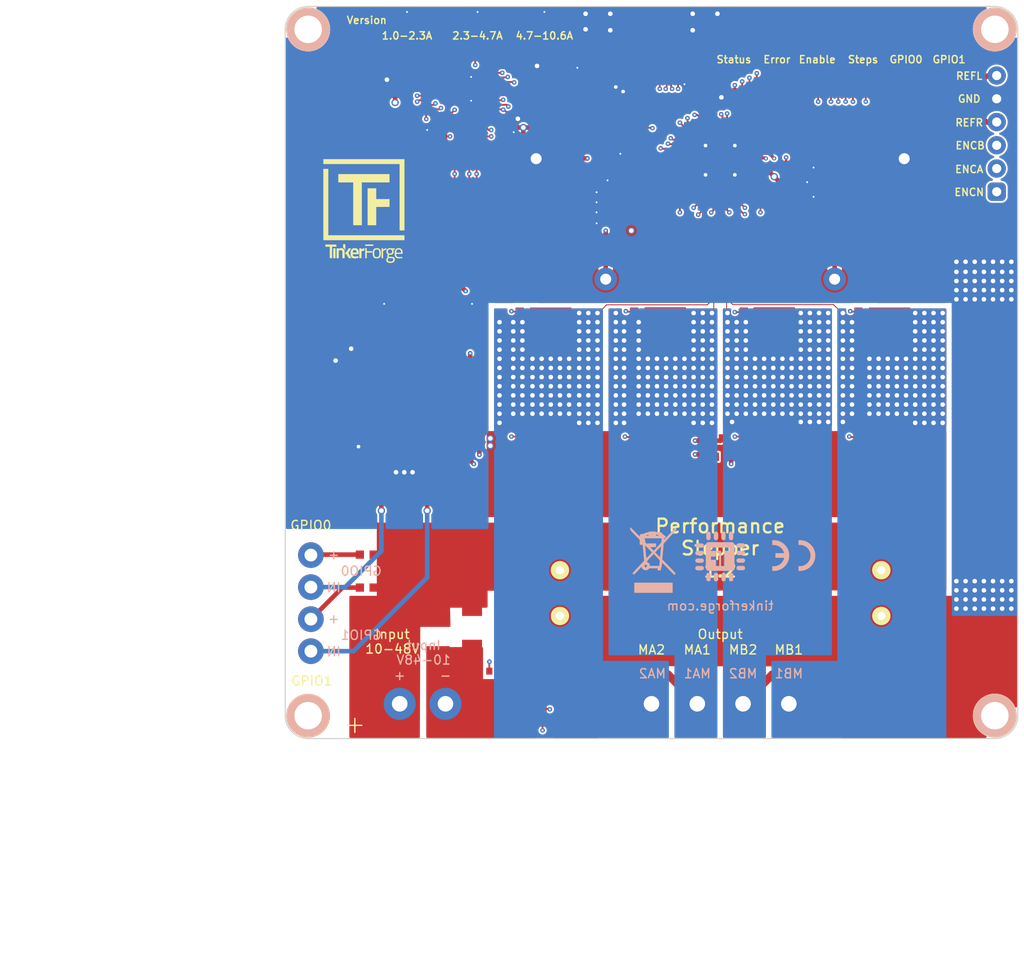
<source format=kicad_pcb>
(kicad_pcb (version 20221018) (generator pcbnew)
  (title_block (title "Performance Stepper V2 Bricklet") (date "2020-01-23") (rev "1.2") (company "Tinkerforge GmbH") (comment 1 "Licensed under CERN OHL v.1.1") (comment 2 "Copyright (©) 2020, T.Schneidermann <tim@tinkerforge.com>"))
  (layers (0 "F.Cu" power) (1 "In1.Cu" signal) (2 "In2.Cu" signal) (31 "B.Cu" power) (34 "B.Paste" user) (35 "F.Paste" user) (36 "B.SilkS" user "B.Silkscreen") (37 "F.SilkS" user "F.Silkscreen") (38 "B.Mask" user) (39 "F.Mask" user) (44 "Edge.Cuts" user))
  (net 0 "")
  (net 1 "GND")
  (net 2 "Net-(C1-Pad1)")
  (net 3 "VCC")
  (net 4 "Net-(C4-Pad1)")
  (net 5 "Net-(C10-Pad1)")
  (net 6 "Net-(C10-Pad2)")
  (net 7 "Net-(C11-Pad2)")
  (net 8 "Net-(C13-Pad2)")
  (net 9 "Net-(C13-Pad1)")
  (net 10 "Net-(C14-Pad1)")
  (net 11 "Net-(C14-Pad2)")
  (net 12 "Net-(C15-Pad2)")
  (net 13 "Net-(C15-Pad1)")
  (net 14 "Net-(C16-Pad1)")
  (net 15 "Net-(C16-Pad2)")
  (net 16 "Net-(C102-Pad2)")
  (net 17 "Net-(D1-Pad2)")
  (net 18 "Net-(D101-Pad2)")
  (net 19 "+5V")
  (net 20 "Net-(P101-Pad4)")
  (net 21 "Net-(P101-Pad5)")
  (net 22 "Net-(P101-Pad6)")
  (net 23 "Net-(P102-Pad1)")
  (net 24 "Net-(P103-Pad2)")
  (net 25 "Net-(Q1-PadG)")
  (net 26 "Net-(Q2-PadS)")
  (net 27 "Net-(Q2-PadG)")
  (net 28 "Net-(Q3-PadG)")
  (net 29 "Net-(Q4-PadS)")
  (net 30 "Net-(Q4-PadG)")
  (net 31 "Net-(Q5-PadG)")
  (net 32 "Net-(Q6-PadG)")
  (net 33 "Net-(Q7-PadG)")
  (net 34 "Net-(Q8-PadG)")
  (net 35 "Net-(C7-Pad2)")
  (net 36 "Net-(C8-Pad2)")
  (net 37 "Net-(R2-Pad2)")
  (net 38 "Net-(R3-Pad2)")
  (net 39 "Net-(R4-Pad2)")
  (net 40 "Net-(R5-Pad2)")
  (net 41 "Net-(R6-Pad2)")
  (net 42 "Net-(R7-Pad2)")
  (net 43 "Net-(R8-Pad2)")
  (net 44 "Net-(R9-Pad2)")
  (net 45 "Net-(R12-Pad2)")
  (net 46 "Net-(R13-Pad2)")
  (net 47 "Net-(R14-Pad2)")
  (net 48 "Net-(R15-Pad2)")
  (net 49 "CS_TMC")
  (net 50 "SCK_TMC")
  (net 51 "MOSI_TMC")
  (net 52 "MISO_TMC")
  (net 53 "Net-(RP2-Pad5)")
  (net 54 "Net-(RP2-Pad6)")
  (net 55 "Net-(RP2-Pad7)")
  (net 56 "Net-(RP2-Pad8)")
  (net 57 "Net-(RP3-Pad6)")
  (net 58 "DRV_ENN")
  (net 59 "Net-(RP3-Pad3)")
  (net 60 "DIAG0")
  (net 61 "DIAG1")
  (net 62 "S-MISO")
  (net 63 "S-MOSI")
  (net 64 "S-CLK")
  (net 65 "S-CS")
  (net 66 "Net-(C6-Pad2)")
  (net 67 "Net-(U2-Pad1)")
  (net 68 "Net-(U2-Pad2)")
  (net 69 "Net-(U2-Pad10)")
  (net 70 "Net-(U2-Pad15)")
  (net 71 "Net-(U2-Pad16)")
  (net 72 "Net-(U2-Pad25)")
  (net 73 "Net-(U2-Pad28)")
  (net 74 "Net-(U2-Pad32)")
  (net 75 "Net-(U2-Pad34)")
  (net 76 "Net-(U2-Pad43)")
  (net 77 "Net-(RP1-Pad7)")
  (net 78 "V_GPIO")
  (net 79 "Net-(C23-Pad1)")
  (net 80 "Net-(C24-Pad1)")
  (net 81 "Net-(C25-Pad1)")
  (net 82 "Net-(P3-Pad3)")
  (net 83 "Net-(P3-Pad1)")
  (net 84 "GPIO0")
  (net 85 "GPIO1")
  (net 86 "Net-(R19-Pad2)")
  (net 87 "Net-(R20-Pad2)")
  (net 88 "Net-(P4-Pad1)")
  (net 89 "Net-(P4-Pad2)")
  (net 90 "Net-(P4-Pad3)")
  (net 91 "Net-(P4-Pad4)")
  (net 92 "Net-(D3-Pad2)")
  (net 93 "Net-(D4-Pad2)")
  (net 94 "Net-(D5-Pad2)")
  (net 95 "Net-(D6-Pad2)")
  (net 96 "Net-(RP4-Pad5)")
  (net 97 "Net-(RP4-Pad6)")
  (net 98 "Net-(RP4-Pad7)")
  (net 99 "Net-(RP4-Pad8)")
  (net 100 "Net-(RP1-Pad8)")
  (net 101 "Net-(RP1-Pad6)")
  (net 102 "Net-(RP1-Pad5)")
  (net 103 "Net-(D7-Pad2)")
  (net 104 "Net-(R25-Pad2)")
  (net 105 "Net-(R26-Pad2)")
  (net 106 "Net-(U2-Pad13)")
  (net 107 "Net-(U2-Pad33)")
  (net 108 "Net-(D8-Pad2)")
  (net 109 "Net-(U2-Pad11)")
  (net 110 "V_Sense")
  (net 111 "Net-(P4-Pad6)")
  (net 112 "TEMP")
  (net 113 "Net-(P5-Pad2)")
  (net 114 "Net-(P6-Pad2)")
  (net 115 "Net-(P7-Pad2)")
  (net 116 "Net-(U2-Pad7)")
  (footprint "kicad-libraries:C0603F" (layer "F.Cu") (at 71.7 102 180)
    (fp_text reference "C1")
    (fp_text value "10pF")
  )
  (footprint "kicad-libraries:C0603F" (layer "F.Cu") (at 69.3 103.1 -90)
    (fp_text reference "C2")
    (fp_text value "100nF")
  )
  (footprint "kicad-libraries:C0603F" (layer "F.Cu") (at 57 98.8 90)
    (fp_text reference "C3")
    (fp_text value "220nF")
  )
  (footprint "kicad-libraries:C0603F" (layer "F.Cu") (at 71.7 97.4)
    (fp_text reference "C4")
    (fp_text value "10pF")
  )
  (footprint "kicad-libraries:C0603F" (layer "F.Cu") (at 100.4 109.2)
    (fp_text reference "C5")
    (fp_text value "100nF/100V")
  )
  (footprint "kicad-libraries:C0603F" (layer "F.Cu") (at 83.3 106.1)
    (fp_text reference "C8")
    (fp_text value "470nF/25V")
  )
  (footprint "kicad-libraries:C0603F" (layer "F.Cu") (at 91.8 100.9)
    (fp_text reference "C9")
    (fp_text value "100nF")
  )
  (footprint "kicad-libraries:C0603F" (layer "F.Cu") (at 83.3 107.6)
    (fp_text reference "C10")
    (fp_text value "22nF/100V")
  )
  (footprint "kicad-libraries:C0603F" (layer "F.Cu") (at 84.6 109.8 -90)
    (fp_text reference "C11")
    (fp_text value "100nF/100V")
  )
  (footprint "kicad-libraries:C0603F" (layer "F.Cu") (at 81.8 109 180)
    (fp_text reference "C12")
    (fp_text value "100nF/100V")
  )
  (footprint "kicad-libraries:C0603F" (layer "F.Cu") (at 93.95 113.6 180)
    (fp_text reference "C13")
    (fp_text value "470nF/25V")
  )
  (footprint "kicad-libraries:C0603F" (layer "F.Cu") (at 96.9 113.6)
    (fp_text reference "C14")
    (fp_text value "470nF/25V")
  )
  (footprint "kicad-libraries:C0603F" (layer "F.Cu") (at 88.05 113.6 180)
    (fp_text reference "C15")
    (fp_text value "470nF/25V")
  )
  (footprint "kicad-libraries:C0603F" (layer "F.Cu") (at 91 113.6)
    (fp_text reference "C16")
    (fp_text value "470nF/25V")
  )
  (footprint "kicad-libraries:C0805" (layer "F.Cu") (at 82.70924 97.1)
    (fp_text reference "C101")
    (fp_text value "10uF")
  )
  (footprint "kicad-libraries:C0402F" (layer "F.Cu") (at 88.6 97.4 90)
    (fp_text reference "C102")
    (fp_text value "220pF")
  )
  (footprint "kicad-libraries:C0603F" (layer "F.Cu") (at 82.7 98.6)
    (fp_text reference "C103")
    (fp_text value "1uF")
  )
  (footprint "kicad-libraries:C0603F" (layer "F.Cu") (at 61.5 104.2 180)
    (fp_text reference "C104")
    (fp_text value "100nF")
  )
  (footprint "kicad-libraries:DEBUG_PAD" (layer "F.Cu") (at 74.4 96.1)
    (fp_text reference "P102")
    (fp_text value "DEBUG")
  )
  (footprint "kicad-libraries:SolderJumper" (layer "F.Cu") (at 76.9 95.7 90)
    (fp_text reference "P103")
    (fp_text value "BOOT")
  )
  (footprint "kicad-libraries:R0603F" (layer "F.Cu") (at 107.6 136.3 -90)
    (fp_text reference "R2")
    (fp_text value "10")
  )
  (footprint "kicad-libraries:R0603F" (layer "F.Cu") (at 107.6 122.6 -90)
    (fp_text reference "R3")
    (fp_text value "10")
  )
  (footprint "kicad-libraries:R0603F" (layer "F.Cu") (at 83.1 136.3 -90)
    (fp_text reference "R4")
    (fp_text value "10")
  )
  (footprint "kicad-libraries:R0603F" (layer "F.Cu") (at 83.1 122.6 -90)
    (fp_text reference "R5")
    (fp_text value "10")
  )
  (footprint "kicad-libraries:R0603F" (layer "F.Cu") (at 105 116 90)
    (fp_text reference "R6")
    (fp_text value "47")
  )
  (footprint "kicad-libraries:R0603F" (layer "F.Cu") (at 108.6 106.6 180)
    (fp_text reference "R7")
    (fp_text value "47")
  )
  (footprint "kicad-libraries:R0603F" (layer "F.Cu") (at 76.3 106.6)
    (fp_text reference "R9")
    (fp_text value "47")
  )
  (footprint "kicad-libraries:R0603F" (layer "F.Cu") (at 95.1 136.3 -90)
    (fp_text reference "R12")
    (fp_text value "10")
  )
  (footprint "kicad-libraries:R0603F" (layer "F.Cu") (at 95.1 122.6 -90)
    (fp_text reference "R13")
    (fp_text value "10")
  )
  (footprint "kicad-libraries:R0603F" (layer "F.Cu") (at 70.6 136.3 -90)
    (fp_text reference "R14")
    (fp_text value "10")
  )
  (footprint "kicad-libraries:0603X4" (layer "F.Cu") (at 64.7 110.2 180)
    (fp_text reference "RP1")
    (fp_text value "10k")
  )
  (footprint "kicad-libraries:0603X4" (layer "F.Cu") (at 64.7 106.5)
    (fp_text reference "RP3")
    (fp_text value "22")
  )
  (footprint "kicad-libraries:eTQFP-48_7x7mm" (layer "F.Cu") (at 92.5 106.8 180)
    (fp_text reference "U1")
    (fp_text value "TMC5160A")
  )
  (footprint "kicad-libraries:QFN48-EP2" (layer "F.Cu") (at 64 99 180)
    (fp_text reference "U2")
    (fp_text value "XMC1404")
  )
  (footprint "kicad-libraries:DRILL_NP" (layer "F.Cu") (at 122.5 167.5)
    (fp_text reference "U103" hide)
    (fp_text value "DRILL" hide)
  )
  (footprint "kicad-libraries:DRILL_NP" (layer "F.Cu") (at 122.5 92.5)
    (fp_text reference "U104" hide)
    (fp_text value "DRILL" hide)
  )
  (footprint "kicad-libraries:DRILL_NP" (layer "F.Cu") (at 47.5 167.5)
    (fp_text reference "U105" hide)
    (fp_text value "DRILL" hide)
  )
  (footprint "kicad-libraries:DRILL_NP" (layer "F.Cu") (at 47.5 92.5)
    (fp_text reference "U106" hide)
    (fp_text value "DRILL" hide)
  )
  (footprint "kicad-libraries:CRYSTAL_2520" (layer "F.Cu") (at 71.7 99.7 90)
    (fp_text reference "X1")
    (fp_text value "16MHz")
  )
  (footprint "kicad-libraries:SON_5x6mm" (layer "F.Cu") (at 74 138.2 90)
    (fp_text reference "Q7")
    (fp_text value "CSD19533Q5A")
  )
  (footprint "kicad-libraries:SON_5x6mm" (layer "F.Cu") (at 111 138.2 90)
    (fp_text reference "Q1")
    (fp_text value "CSD19533Q5A")
  )
  (footprint "kicad-libraries:C0603F" (layer "F.Cu") (at 50.5 130.3 90)
    (fp_text reference "C23")
    (fp_text value "100nF/100V")
  )
  (footprint "kicad-libraries:C0603F" (layer "F.Cu") (at 56.3 142.2)
    (fp_text reference "C24")
    (fp_text value "100nF/100V")
  )
  (footprint "kicad-libraries:C0603F" (layer "F.Cu") (at 59.7 142.2 180)
    (fp_text reference "C25")
    (fp_text value "100nF/100V")
  )
  (footprint "kicad-libraries:MiniMelf" (layer "F.Cu") (at 52.2 130.2 90)
    (fp_text reference "D2")
    (fp_text value "Z3,3V")
  )
  (footprint "kicad-libraries:R0603F" (layer "F.Cu") (at 57.3 122.5)
    (fp_text reference "R17")
    (fp_text value "1k")
  )
  (footprint "kicad-libraries:R0603F" (layer "F.Cu") (at 63.9 122.5 180)
    (fp_text reference "R18")
    (fp_text value "1k")
  )
  (footprint "kicad-libraries:R0603F" (layer "F.Cu") (at 55.5 139.9 90)
    (fp_text reference "R19")
    (fp_text value "1k")
  )
  (footprint "kicad-libraries:R0603F" (layer "F.Cu") (at 60.5 139.9 90)
    (fp_text reference "R20")
    (fp_text value "1k")
  )
  (footprint "kicad-libraries:R0603F" (layer "F.Cu") (at 56.3 143.7 180)
    (fp_text reference "R21")
    (fp_text value "4,7k")
  )
  (footprint "kicad-libraries:R0603F" (layer "F.Cu") (at 59.7 143.7)
    (fp_text reference "R22")
    (fp_text value "4,7k")
  )
  (footprint "kicad-libraries:R0603F" (layer "F.Cu") (at 53.9 149.9)
    (fp_text reference "R23")
    (fp_text value "2,2k")
  )
  (footprint "kicad-libraries:R0603F" (layer "F.Cu") (at 53.9 153.5)
    (fp_text reference "R24")
    (fp_text value "2,2k")
  )
  (footprint "kicad-libraries:OQ_4P_5mm_Vertical" (layer "F.Cu") (at 92.5 166.2)
    (fp_text reference "P2")
    (fp_text value "OUT")
  )
  (footprint "kicad-libraries:OQ_4P_Vertical" (layer "F.Cu") (at 47.8 155.2 -90)
    (fp_text reference "P3")
    (fp_text value "GPIO")
  )
  (footprint "kicad-libraries:SON_5x6mm" (layer "F.Cu") (at 69.205 165.385 90)
    (fp_text reference "Q9")
    (fp_text value "CSD19533Q5A")
  )
  (footprint "kicad-libraries:R0603F" (layer "F.Cu") (at 73.1 167.5 -90)
    (fp_text reference "R16")
    (fp_text value "100k")
  )
  (footprint "kicad-libraries:SOD-123" (layer "F.Cu") (at 73.2 163.5 -90)
    (fp_text reference "D1")
    (fp_text value "Z12V")
  )
  (footprint "kicad-libraries:SON_5x6mm" (layer "F.Cu") (at 98.4 124.7 90)
    (fp_text reference "Q6")
    (fp_text value "CSD19533Q5A")
  )
  (footprint "kicad-libraries:R0603F" (layer "F.Cu") (at 70.6 122.6 -90)
    (fp_text reference "R15")
    (fp_text value "10")
  )
  (footprint "kicad-libraries:C0603F" (layer "F.Cu") (at 105.4 166.2)
    (fp_text reference "C26")
    (fp_text value "1nF/100V")
  )
  (footprint "kicad-libraries:C0603F" (layer "F.Cu") (at 79.6 166.2)
    (fp_text reference "C27")
    (fp_text value "1nF/100V")
  )
  (footprint "kicad-libraries:C0603F" (layer "F.Cu") (at 105.4 163)
    (fp_text reference "C28")
    (fp_text value "1nF/100V")
  )
  (footprint "kicad-libraries:C0603F" (layer "F.Cu") (at 79.6 163)
    (fp_text reference "C29")
    (fp_text value "1nF/100V")
  )
  (footprint "kicad-libraries:CON-SENSOR2_180" (layer "F.Cu") (at 85.01 90.154 180)
    (fp_text reference "P101")
    (fp_text value "CON-SENSOR2")
  )
  (footprint "kicad-libraries:SON_5x6mm" (layer "F.Cu") (at 86.5 124.7 90)
    (fp_text reference "Q4")
    (fp_text value "CSD19533Q5A")
  )
  (footprint "kicad-libraries:SON_5x6mm" (layer "F.Cu") (at 74 124.7225 90)
    (fp_text reference "Q8")
    (fp_text value "CSD19533Q5A")
  )
  (footprint "kicad-libraries:SON_5x6mm" (layer "F.Cu") (at 111 124.7225 90)
    (fp_text reference "Q2")
    (fp_text value "CSD19533Q5A")
  )
  (footprint "kicad-libraries:R0603F" (layer "F.Cu") (at 84.1 104 90)
    (fp_text reference "R1")
    (fp_text value "2,2")
  )
  (footprint "kicad-libraries:DIP_8_SMD" (layer "F.Cu") (at 59.3 130 180)
    (fp_text reference "U3")
    (fp_text value "LTV-827")
  )
  (footprint "kicad-libraries:4X0402" (layer "F.Cu") (at 86.9 97.4)
    (fp_text reference "RP101")
    (fp_text value "82")
  )
  (footprint "kicad-libraries:0603X4" (layer "F.Cu") (at 105.8 98.5)
    (fp_text reference "RP4")
    (fp_text value "1k")
  )
  (footprint "kicad-libraries:C0603F" (layer "F.Cu") (at 58.5 98.8 90)
    (fp_text reference "C30")
    (fp_text value "100nF")
  )
  (footprint "kicad-libraries:D0603E" (layer "F.Cu") (at 94 93 -90)
    (fp_text reference "D101")
    (fp_text value "blue")
  )
  (footprint "kicad-libraries:D0603E" (layer "F.Cu") (at 98.7 93 -90)
    (fp_text reference "D3")
    (fp_text value "red")
  )
  (footprint "kicad-libraries:D0603E" (layer "F.Cu") (at 108.1 93 -90)
    (fp_text reference "D6")
    (fp_text value "blue")
  )
  (footprint "kicad-libraries:D0603E" (layer "F.Cu") (at 117.5 93 -90)
    (fp_text reference "D5")
    (fp_text value "blue")
  )
  (footprint "kicad-libraries:D0603E" (layer "F.Cu") (at 112.8 93 -90)
    (fp_text reference "D4")
    (fp_text value "blue")
  )
  (footprint "kicad-libraries:D0603E" (layer "F.Cu") (at 103.4 93 -90)
    (fp_text reference "D7")
    (fp_text value "blue")
  )
  (footprint "kicad-libraries:R0603F" (layer "F.Cu") (at 108.4 98.5 -90)
    (fp_text reference "R25")
    (fp_text value "1k")
  )
  (footprint "kicad-libraries:R0603F" (layer "F.Cu") (at 103.2 98.5 -90)
    (fp_text reference "R26")
    (fp_text value "1k")
  )
  (footprint "kicad-libraries:SON_5x6mm" (layer "F.Cu") (at 86.5 138.2 90)
    (fp_text reference "Q3")
    (fp_text value "CSD19533Q5A")
  )
  (footprint "kicad-libraries:SON_5x6mm" (layer "F.Cu") (at 98.5 138.2 90)
    (fp_text reference "Q5")
    (fp_text value "CSD19533Q5A")
  )
  (footprint "kicad-libraries:SMB" (layer "F.Cu") (at 65.4 157.9 -90)
    (fp_text reference "D8")
    (fp_text value "SMBJ48CA")
  )
  (footprint "kicad-libraries:Logo_TF_10x12" (layer "F.Cu") (at 53.6 112.2)
    (fp_text reference "G***" hide)
    (fp_text value "LOGO" hide)
  )
  (footprint "kicad-libraries:Fiducial_Mark" (layer "F.Cu") (at 53 94)
    (fp_text reference "Fiducial_Mark" hide)
    (fp_text value "VAL**" hide)
  )
  (footprint "kicad-libraries:Fiducial_Mark" (layer "F.Cu") (at 116 99)
    (fp_text reference "Fiducial_Mark" hide)
    (fp_text value "VAL**" hide)
  )
  (footprint "kicad-libraries:Fiducial_Mark" (layer "F.Cu") (at 64 143)
    (fp_text reference "Fiducial_Mark" hide)
    (fp_text value "VAL**" hide)
  )
  (footprint "kicad-libraries:Fiducial_Mark" (layer "F.Cu") (at 101 114)
    (fp_text reference "Fiducial_Mark" hide)
    (fp_text value "VAL**" hide)
  )
  (footprint "kicad-libraries:C1206E" (layer "F.Cu") (at 81.4 110.8 180)
    (fp_text reference "C17")
    (fp_text value "2,2uF/100V")
  )
  (footprint "kicad-libraries:C1206E" (layer "F.Cu") (at 81.4 113.1 180)
    (fp_text reference "C18")
    (fp_text value "2,2uF/100V")
  )
  (footprint "kicad-libraries:ELKO_RAD_12" (layer "F.Cu") (at 110.1 154.1 90)
    (fp_text reference "C21")
    (fp_text value "220uF/100V/UVY2A221MHD1TO")
  )
  (footprint "kicad-libraries:ELKO_RAD_12" (layer "F.Cu") (at 75 154.1 90)
    (fp_text reference "C20")
    (fp_text value "220uF/100V/UVY2A221MHD1TO")
  )
  (footprint "kicad-libraries:OQ_2P_5mm_Vertical_Black" (layer "F.Cu") (at 60 166.2)
    (fp_text reference "P1")
    (fp_text value "VIN")
  )
  (footprint "kicad-libraries:R0603F" (layer "F.Cu") (at 53 139.8 -90)
    (fp_text reference "R27")
    (fp_text value "10k")
  )
  (footprint "kicad-libraries:R0603F" (layer "F.Cu") (at 53 142.925 -90)
    (fp_text reference "R28")
    (fp_text value "150k")
  )
  (footprint "kicad-libraries:MSR-3" (layer "F.Cu") (at 76.2 113.218207 -60)
    (fp_text reference "R11")
    (fp_text value "DNP")
  )
  (footprint "kicad-libraries:MSR-3" (layer "F.Cu") (at 108.8 113.218207 -120)
    (fp_text reference "R10")
    (fp_text value "DNP")
  )
  (footprint "kicad-libraries:1210" (layer "F.Cu") (at 61.7 158.8 -90)
    (fp_text reference "R29")
    (fp_text value "VG121048H101DP")
  )
  (footprint "kicad-libraries:pin_array_1x6-P2mm_D1mm" (layer "F.Cu") (at 122.7 103.9 90)
    (fp_text reference "P4")
    (fp_text value "PROTO")
  )
  (footprint "kicad-libraries:R0603F" (layer "F.Cu") (at 119.7 98.8 180)
    (fp_text reference "R30")
    (fp_text value "DNP")
  )
  (footprint "kicad-libraries:R0603F" (layer "F.Cu") (at 119.7 101.3 180)
    (fp_text reference "R31")
    (fp_text value "DNP")
  )
  (footprint "kicad-libraries:C0603F" (layer "F.Cu") (at 90.5 138.2 90)
    (fp_text reference "C19")
    (fp_text value "100nF")
  )
  (footprint "kicad-libraries:SOT23-3" (layer "F.Cu") (at 92.8 138.2 180)
    (fp_text reference "U4")
    (fp_text value "TMP235")
  )
  (footprint "kicad-libraries:R0603F" (layer "F.Cu") (at 80 116 90)
    (fp_text reference "R8")
    (fp_text value "47")
  )
  (footprint "kicad-libraries:4X0603" (layer "F.Cu") (at 95.3 100.2)
    (fp_text reference "RP2")
    (fp_text value "22")
  )
  (footprint "kicad-libraries:C0805E" (layer "F.Cu") (at 100.6 110.8 180)
    (fp_text reference "C6")
    (fp_text value "2,2uF/16V")
  )
  (footprint "kicad-libraries:C0805E" (layer "F.Cu") (at 100.6 107.6 180)
    (fp_text reference "C7")
    (fp_text value "2,2uF/16V")
  )
  (footprint "kicad-libraries:SolderJumper" (layer "F.Cu") (at 73.3 91.5 -90)
    (fp_text reference "P5")
    (fp_text value "L")
  )
  (footprint "kicad-libraries:SolderJumper" (layer "F.Cu") (at 66 91.5 -90)
    (fp_text reference "P6")
    (fp_text value "M")
  )
  (footprint "kicad-libraries:SolderJumper" (layer "F.Cu") (at 58.3 91.5 -90)
    (fp_text reference "P7")
    (fp_text value "S")
  )
  (footprint "kicad-libraries:WEEE_7mm" (layer "B.Cu") (at 85.2 150.5 180)
    (fp_text reference "VAL" hide)
    (fp_text value "WEEE_7mm" hide)
  )
  (footprint "kicad-libraries:CE_5mm" (layer "B.Cu") (at 100.5 150 180)
    (fp_text reference "VAL" hide)
    (fp_text value "CE_5mm" hide)
  )
  (footprint "kicad-libraries:Logo_CoMCU" (layer "B.Cu") (at 92.5 150.1 180)
    (fp_text reference "G***" hide)
    (fp_text value "LOGO" hide)
  )
  (gr_line (start 45 92.5) (end 45 167.5) (stroke (width 0.12)) (layer "Edge.Cuts"))
  (gr_line (start 47.5 90) (end 122.5 90) (stroke (width 0.12)) (layer "Edge.Cuts"))
  (gr_line (start 47.5 170) (end 122.5 170) (stroke (width 0.12)) (layer "Edge.Cuts"))
  (gr_arc (start 122.5 90) (mid 124.267767 90.732233) (end 125 92.5) (stroke (width 0.12)) (layer "Edge.Cuts"))
  (gr_arc (start 45 92.5) (mid 45.732233 90.732233) (end 47.5 90) (stroke (width 0.12)) (layer "Edge.Cuts"))
  (gr_arc (start 125 167.5) (mid 124.267767 169.267767) (end 122.5 170) (stroke (width 0.12)) (layer "Edge.Cuts"))
  (gr_arc (start 47.5 170) (mid 45.732233 169.267767) (end 45 167.5) (stroke (width 0.12)) (layer "Edge.Cuts"))
  (gr_line (start 125 167.5) (end 125 92.5) (stroke (width 0.12)) (layer "Edge.Cuts"))
  (gr_text "tinkerforge.com" (at 92.5 155.5) (layer "B.SilkS") (effects (font (size 1 1)) (justify mirror)))
  (gr_text "MB1" (at 100 162.9) (layer "B.SilkS") (effects (font (size 1 1)) (justify mirror)))
  (gr_text "+" (at 50.3 156.9) (layer "B.SilkS") (effects (font (size 1 1)) (justify mirror)))
  (gr_text "MA2\n" (at 85.1 162.9) (layer "B.SilkS") (effects (font (size 1 1)) (justify mirror)))
  (gr_text "MA1" (at 90 162.9) (layer "B.SilkS") (effects (font (size 1 1)) (justify mirror)))
  (gr_text "MB2" (at 95 162.9) (layer "B.SilkS") (effects (font (size 1 1)) (justify mirror)))
  (gr_text "Input\n10-48V" (at 60.1 160.6) (layer "B.SilkS") (effects (font (size 1 1)) (justify mirror)))
  (gr_text "+" (at 57.5 163.1) (layer "B.SilkS") (effects (font (size 1 1)) (justify mirror)))
  (gr_text "IN" (at 50.3 153.5) (layer "B.SilkS") (effects (font (size 1 1)) (justify mirror)))
  (gr_text "+" (at 50.3 149.9) (layer "B.SilkS") (effects (font (size 1 1)) (justify mirror)))
  (gr_text "GPIO0" (at 53.3 151.7) (layer "B.SilkS") (effects (font (size 1 1)) (justify mirror)))
  (gr_text "GPIO1" (at 53.3 158.7) (layer "B.SilkS") (effects (font (size 1 1)) (justify mirror)))
  (gr_text "-" (at 62.5 163.1) (layer "B.SilkS") (effects (font (size 1 1)) (justify mirror)))
  (gr_text "IN" (at 50.3 160.5) (layer "B.SilkS") (effects (font (size 1 1)) (justify mirror)))
  (gr_text "MA2" (at 85 160.3) (layer "F.SilkS") (effects (font (size 1 1))))
  (gr_text "Performance\nStepper\n1.2" (at 92.5 149.2) (layer "F.SilkS") (effects (font (size 1.5 1.5) (thickness 0.25))))
  (gr_text "ENCN" (at 119.7 110.3) (layer "F.SilkS") (effects (font (size 0.8 0.8))))
  (gr_text "GPIO0" (at 47.8 146.7) (layer "F.SilkS") (effects (font (size 1 1))))
  (gr_text "Status" (at 94 95.8) (layer "F.SilkS") (effects (font (size 0.8 0.8))))
  (gr_text "1.0-2.3A" (at 58.3 93.2) (layer "F.SilkS") (effects (font (size 0.8 0.8))))
  (gr_text "ENCA" (at 119.7 107.8) (layer "F.SilkS") (effects (font (size 0.8 0.8))))
  (gr_text "GND" (at 119.7 100.1) (layer "F.SilkS") (effects (font (size 0.8 0.8))))
  (gr_text "Enable" (at 103.1 95.8) (layer "F.SilkS") (effects (font (size 0.8 0.8))))
  (gr_text "2.3-4.7A" (at 66 93.2) (layer "F.SilkS") (effects (font (size 0.8 0.8))))
  (gr_text "Output" (at 92.5 158.6) (layer "F.SilkS") (effects (font (size 1 1))))
  (gr_text "Steps" (at 108.1 95.8) (layer "F.SilkS") (effects (font (size 0.8 0.8))))
  (gr_text "MB1" (at 100 160.3) (layer "F.SilkS") (effects (font (size 1 1))))
  (gr_text "Input\n10-48V" (at 56.7 159.4) (layer "F.SilkS") (effects (font (size 1 1))))
  (gr_text "REFL" (at 119.7 97.6) (layer "F.SilkS") (effects (font (size 0.8 0.8))))
  (gr_text "GPIO0" (at 112.8 95.8) (layer "F.SilkS") (effects (font (size 0.8 0.8))))
  (gr_text "ENCB" (at 119.8 105.2) (layer "F.SilkS") (effects (font (size 0.8 0.8))))
  (gr_text "Version" (at 53.9 91.5) (layer "F.SilkS") (effects (font (size 0.8 0.8))))
  (gr_text "GPIO1" (at 47.9 163.7) (layer "F.SilkS") (effects (font (size 1 1))))
  (gr_text "MB2" (at 95 160.3) (layer "F.SilkS") (effects (font (size 1 1))))
  (gr_text "GPIO1" (at 117.5 95.8) (layer "F.SilkS") (effects (font (size 0.8 0.8))))
  (gr_text "MA1" (at 90 160.3) (layer "F.SilkS") (effects (font (size 1 1))))
  (gr_text "+" (at 52.6 168.4) (layer "F.SilkS") (effects (font (size 2 2))))
  (gr_text "REFR" (at 119.7 102.7) (layer "F.SilkS") (effects (font (size 0.8 0.8))))
  (gr_text "Error" (at 98.7 95.8) (layer "F.SilkS") (effects (font (size 0.8 0.8))))
  (gr_text "4.7-10.6A" (at 73.3 93.2) (layer "F.SilkS") (effects (font (size 0.8 0.8))))
  (segment (start 57 98.05) (end 56.15 98.05) (width 0.5) (layer "F.Cu") (net 1))
  (segment (start 77.175 96.2) (end 76.9 96.2) (width 0.2) (layer "F.Cu") (net 1))
  (segment (start 81.70848 97.1) (end 81.70848 98.35848) (width 0.5) (layer "F.Cu") (net 1))
  (segment (start 81.95 98.6) (end 81.9 98.65) (width 0.5) (layer "F.Cu") (net 1))
  (segment (start 92.565373 99.934627) (end 92.634627 99.934627) (width 0.5) (layer "F.Cu") (net 1))
  (segment (start 70.804333 101.8732) (end 70.404334 102.273199) (width 0.2) (layer "F.Cu") (net 1))
  (segment (start 88.625 106.55) (end 92.25 106.55) (width 0.2) (layer "F.Cu") (net 1))
  (segment (start 71 100.55) (end 71 101.95) (width 0.5) (layer "F.Cu") (net 1))
  (segment (start 96.375 104.05) (end 95.25 104.05) (width 0.2) (layer "F.Cu") (net 1))
  (segment (start 81.049989 108.999989) (end 80.553553 108.999989) (width 0.5) (layer "F.Cu") (net 1))
  (segment (start 92.54924 137.45) (end 92.8 137.19924) (width 0.5) (layer "F.Cu") (net 1))
  (segment (start 66 91) (end 66 90.6) (width 0.2) (layer "F.Cu") (net 1))
  (segment (start 81.9 98.734315) (end 81.9 99.3) (width 0.5) (layer "F.Cu") (net 1))
  (segment (start 109.35 106.6) (end 112.563586 106.6) (width 0.5) (layer "F.Cu") (net 1))
  (segment (start 77.45 95.925) (end 77.175 96.2) (width 0.2) (layer "F.Cu") (net 1))
  (segment (start 67.60934 101.74828) (end 67.60934 102.80934) (width 0.2) (layer "F.Cu") (net 1))
  (segment (start 58.575 91) (end 58.85 91.275) (width 0.1) (layer "F.Cu") (net 1))
  (segment (start 76.9 96.2) (end 76.625 96.2) (width 0.2) (layer "F.Cu") (net 1))
  (segment (start 60.75 104.2) (end 60.75 103.75) (width 0.2) (layer "F.Cu") (net 1))
  (segment (start 50.5 129.55) (end 50.5 128.7) (width 0.5) (layer "F.Cu") (net 1))
  (segment (start 75.55 106.6) (end 72.436414 106.6) (width 0.5) (layer "F.Cu") (net 1))
  (segment (start 58.3 91) (end 58.3 90.6) (width 0.2) (layer "F.Cu") (net 1))
  (segment (start 72.45 97.4) (end 72.45 98.8) (width 0.5) (layer "F.Cu") (net 1))
  (segment (start 92.25 102.190004) (end 92.25 102.925) (width 0.2) (layer "F.Cu") (net 1))
  (segment (start 96.375 104.55) (end 94.75 104.55) (width 0.2) (layer "F.Cu") (net 1))
  (segment (start 82.51 94.954) (end 82.51 96.29848) (width 0.5) (layer "F.Cu") (net 1))
  (segment (start 58.3 91) (end 58.025 91) (width 0.1) (layer "F.Cu") (net 1))
  (segment (start 66 91) (end 66.275 91) (width 0.1) (layer "F.Cu") (net 1))
  (segment (start 71 101.95) (end 70.95 102) (width 0.5) (layer "F.Cu") (net 1))
  (segment (start 81.05 109) (end 81.049989 108.999989) (width 0.5) (layer "F.Cu") (net 1))
  (segment (start 92.55 99.95) (end 92.565373 99.934627) (width 0.5) (layer "F.Cu") (net 1))
  (segment (start 92.099998 101.350002) (end 92.099998 102.040002) (width 0.2) (layer "F.Cu") (net 1))
  (segment (start 95.25 104.05) (end 92.5 106.8) (width 0.2) (layer "F.Cu") (net 1))
  (segment (start 101.55 110.8) (end 102.7 110.8) (width 0.5) (layer "F.Cu") (net 1))
  (segment (start 94.75 104.55) (end 92.5 106.8) (width 0.2) (layer "F.Cu") (net 1))
  (segment (start 81.1 98.8) (end 81.6 99.3) (width 0.5) (layer "F.Cu") (net 1))
  (segment (start 67.60934 102.80934) (end 68.65 103.85) (width 0.2) (layer "F.Cu") (net 1))
  (segment (start 56.15 98.05) (end 56.1 98) (width 0.5) (layer "F.Cu") (net 1))
  (segment (start 64.65 122.5) (end 65.4 122.5) (width 0.5) (layer "F.Cu") (net 1))
  (segment (start 90.5 137.45) (end 89.75002 137.45) (width 0.5) (layer "F.Cu") (net 1))
  (segment (start 72.45 98.8) (end 72.4 98.85) (width 0.5) (layer "F.Cu") (net 1))
  (segment (start 68.65 103.85) (end 69.3 103.85) (width 0.2) (layer "F.Cu") (net 1))
  (segment (start 91.25 102.925) (end 91.25 105.55) (width 0.2) (layer "F.Cu") (net 1))
  (segment (start 88.6 97.9) (end 88.6 98.5) (width 0.2) (layer "F.Cu") (net 1))
  (segment (start 66 91) (end 65.725 91) (width 0.1) (layer "F.Cu") (net 1))
  (segment (start 72.45 97.4) (end 72.45 96.549998) (width 0.2) (layer "F.Cu") (net 1))
  (segment (start 73.575 91) (end 73.85 91.275) (width 0.1) (layer "F.Cu") (net 1))
  (segment (start 60.75 103.75) (end 60.5 103.5) (width 0.2) (layer "F.Cu") (net 1))
  (segment (start 82.55 106.1) (end 81.6 106.1) (width 0.5) (layer "F.Cu") (net 1))
  (segment (start 81.70848 98.35848) (end 81.95 98.6) (width 0.5) (layer "F.Cu") (net 1))
  (segment (start 65.725 91) (end 65.45 91.275) (width 0.1) (layer "F.Cu") (net 1))
  (segment (start 92.75 107.05) (end 92.5 106.8) (width 0.2) (layer "F.Cu") (net 1))
  (segment (start 82.51 96.29848) (end 81.70848 97.1) (width 0.5) (layer "F.Cu") (net 1))
  (segment (start 92.099998 102.040002) (end 92.25 102.190004) (width 0.2) (layer "F.Cu") (net 1))
  (segment (start 60.38812 98.2507) (end 58.7007 98.2507) (width 0.2) (layer "F.Cu") (net 1))
  (segment (start 70.8232 101.8732) (end 70.804333 101.8732) (width 0.2) (layer "F.Cu") (net 1))
  (segment (start 81.3 98.6) (end 81.1 98.8) (width 0.5) (layer "F.Cu") (net 1))
  (segment (start 57 98.05) (end 58.5 98.05) (width 0.5) (layer "F.Cu") (net 1))
  (segment (start 73.3 91) (end 73.3 90.6) (width 0.2) (layer "F.Cu") (net 1))
  (segment (start 66.275 91) (end 66.55 91.275) (width 0.1) (layer "F.Cu") (net 1))
  (segment (start 80.553553 108.999989) (end 80.2 108.999989) (width 0.5) (layer "F.Cu") (net 1))
  (segment (start 73.3 91) (end 73.025 91) (width 0.1) (layer "F.Cu") (net 1))
  (segment (start 72.436414 106.6) (end 72.4 106.636414) (width 0.5) (layer "F.Cu") (net 1))
  (segment (start 69.594313 103.735778) (end 69.947866 103.735778) (width 0.2) (layer "F.Cu") (net 1))
  (segment (start 91.25 105.55) (end 92.5 106.8) (width 0.2) (layer "F.Cu") (net 1))
  (segment (start 58.7007 98.2507) (end 58.5 98.05) (width 0.2) (layer "F.Cu") (net 1))
  (segment (start 96.375 107.05) (end 92.75 107.05) (width 0.2) (layer "F.Cu") (net 1))
  (segment (start 52.2 128.50074) (end 52.2 127.4) (width 0.5) (layer "F.Cu") (net 1))
  (segment (start 73.3 91) (end 73.575 91) (width 0.1) (layer "F.Cu") (net 1))
  (segment (start 76.9 96.2) (end 76.9 96.7) (width 0.2) (layer "F.Cu") (net 1))
  (segment (start 58.025 91) (end 57.75 91.275) (width 0.1) (layer "F.Cu") (net 1))
  (segment (start 56.153553 122.5) (end 55.8 122.5) (width 0.5) (layer "F.Cu") (net 1))
  (segment (start 90.5 137.45) (end 92.54924 137.45) (width 0.5) (layer "F.Cu") (net 1))
  (segment (start 101.55 107.6) (end 102.699996 107.6) (width 0.5) (layer "F.Cu") (net 1))
  (segment (start 58.3 91) (end 58.575 91) (width 0.1) (layer "F.Cu") (net 1))
  (segment (start 69.414222 103.735778) (end 69.594313 103.735778) (width 0.2) (layer "F.Cu") (net 1))
  (segment (start 92.55 100.9) (end 92.55 99.95) (width 0.5) (layer "F.Cu") (net 1))
  (segment (start 92.55 100.9) (end 92.099998 101.350002) (width 0.2) (layer "F.Cu") (net 1))
  (segment (start 81.9 98.65) (end 81.9 98.734315) (width 0.5) (layer "F.Cu") (net 1))
  (segment (start 81.6 99.3) (end 81.9 99.3) (width 0.5) (layer "F.Cu") (net 1))
  (segment (start 56.55 122.5) (end 56.153553 122.5) (width 0.5) (layer "F.Cu") (net 1))
  (segment (start 101.15 109.2) (end 102 109.2) (width 0.5) (layer "F.Cu") (net 1))
  (segment (start 76.625 96.2) (end 76.35 95.925) (width 0.2) (layer "F.Cu") (net 1))
  (segment (start 72.45 96.549998) (end 72.499998 96.5) (width 0.2) (layer "F.Cu") (net 1))
  (segment (start 81.95 98.6) (end 81.3 98.6) (width 0.5) (layer "F.Cu") (net 1))
  (segment (start 73.025 91) (end 72.75 91.275) (width 0.1) (layer "F.Cu") (net 1))
  (segment (start 70.95 102) (end 70.8232 101.8732) (width 0.2) (layer "F.Cu") (net 1))
  (segment (start 53 139.05) (end 53 138.1) (width 0.5) (layer "F.Cu") (net 1))
  (segment (start 112.563586 106.6) (end 112.6 106.636414) (width 0.5) (layer "F.Cu") (net 1))
  (segment (start 69.3 103.85) (end 69.414222 103.735778) (width 0.2) (layer "F.Cu") (net 1))
  (segment (start 92.25 106.55) (end 92.5 106.8) (width 0.2) (layer "F.Cu") (net 1))
  (via (at 94.1 108.4) (size 0.8) (drill 0.4) (layers "F.Cu" "B.Cu") (net 1))
  (via (at 118.3 155.8) (size 0.8) (drill 0.5) (layers "F.Cu" "B.Cu") (net 1))
  (via (at 119.3 155.8) (size 0.8) (drill 0.5) (layers "F.Cu" "B.Cu") (net 1))
  (via (at 120.3 155.8) (size 0.8) (drill 0.5) (layers "F.Cu" "B.Cu") (net 1))
  (via (at 121.3 155.8) (size 0.8) (drill 0.5) (layers "F.Cu" "B.Cu") (net 1))
  (via (at 122.3 155.8) (size 0.8) (drill 0.5) (layers "F.Cu" "B.Cu") (net 1))
  (via (at 123.3 155.8) (size 0.8) (drill 0.5) (layers "F.Cu" "B.Cu") (net 1))
  (via (at 124.3 155.8) (size 0.8) (drill 0.5) (layers "F.Cu" "B.Cu") (net 1))
  (via (at 118.3 117.9) (size 0.8) (drill 0.5) (layers "F.Cu" "B.Cu") (net 1))
  (via (at 119.3 117.9) (size 0.8) (drill 0.5) (layers "F.Cu" "B.Cu") (net 1))
  (via (at 124.3 122) (size 0.8) (drill 0.5) (layers "F.Cu" "B.Cu") (net 1))
  (via (at 123.3 122) (size 0.8) (drill 0.5) (layers "F.Cu" "B.Cu") (net 1))
  (via (at 122.3 122) (size 0.8) (drill 0.5) (layers "F.Cu" "B.Cu") (net 1))
  (via (at 121.3 122) (size 0.8) (drill 0.5) (layers "F.Cu" "B.Cu") (net 1))
  (via (at 120.3 122) (size 0.8) (drill 0.5) (layers "F.Cu" "B.Cu") (net 1))
  (via (at 119.3 122) (size 0.8) (drill 0.5) (layers "F.Cu" "B.Cu") (net 1))
  (via (at 118.3 122) (size 0.8) (drill 0.5) (layers "F.Cu" "B.Cu") (net 1))
  (via (at 119.3 119) (size 0.8) (drill 0.5) (layers "F.Cu" "B.Cu") (net 1))
  (via (at 118.3 119) (size 0.8) (drill 0.5) (layers "F.Cu" "B.Cu") (net 1))
  (via (at 119.3 120) (size 0.8) (drill 0.5) (layers "F.Cu" "B.Cu") (net 1))
  (via (at 118.3 120) (size 0.8) (drill 0.5) (layers "F.Cu" "B.Cu") (net 1))
  (via (at 120.3 120) (size 0.8) (drill 0.5) (layers "F.Cu" "B.Cu") (net 1))
  (via (at 124.3 120) (size 0.8) (drill 0.5) (layers "F.Cu" "B.Cu") (net 1))
  (via (at 119.3 121) (size 0.8) (drill 0.5) (layers "F.Cu" "B.Cu") (net 1))
  (via (at 118.3 121) (size 0.8) (drill 0.5) (layers "F.Cu" "B.Cu") (net 1))
  (via (at 120.3 121) (size 0.8) (drill 0.5) (layers "F.Cu" "B.Cu") (net 1))
  (via (at 124.3 121) (size 0.8) (drill 0.5) (layers "F.Cu" "B.Cu") (net 1))
  (via (at 123.3 121) (size 0.8) (drill 0.5) (layers "F.Cu" "B.Cu") (net 1))
  (via (at 121.3 121) (size 0.8) (drill 0.5) (layers "F.Cu" "B.Cu") (net 1))
  (via (at 122.3 121) (size 0.8) (drill 0.5) (layers "F.Cu" "B.Cu") (net 1))
  (via (at 122.3 119) (size 0.8) (drill 0.5) (layers "F.Cu" "B.Cu") (net 1))
  (via (at 122.3 152.8) (size 0.8) (drill 0.5) (layers "F.Cu" "B.Cu") (net 1))
  (via (at 72.499998 96.5) (size 0.8) (drill 0.5) (layers "F.Cu" "B.Cu") (net 1))
  (via (at 122.3 153.8) (size 0.8) (drill 0.5) (layers "F.Cu" "B.Cu") (net 1))
  (via (at 119.3 152.8) (size 0.8) (drill 0.5) (layers "F.Cu" "B.Cu") (net 1))
  (via (at 120.3 117.9) (size 0.8) (drill 0.5) (layers "F.Cu" "B.Cu") (net 1))
  (via (at 73.3 90.6) (size 0.5) (drill 0.2) (layers "F.Cu" "B.Cu") (net 1))
  (via (at 57.1 140.9) (size 0.8) (drill 0.5) (layers "F.Cu" "B.Cu") (net 1))
  (via (at 121.3 119) (size 0.8) (drill 0.5) (layers "F.Cu" "B.Cu") (net 1))
  (via (at 55.8 122.5) (size 0.5) (drill 0.2) (layers "F.Cu" "B.Cu") (net 1))
  (via (at 90.9 105.2) (size 0.8) (drill 0.4) (layers "F.Cu" "B.Cu") (net 1))
  (via (at 77.8 90.8) (size 0.8) (drill 0.5) (layers "F.Cu" "B.Cu") (net 1))
  (via (at 121.3 120) (size 0.8) (drill 0.5) (layers "F.Cu" "B.Cu") (net 1))
  (via (at 122.3 117.9) (size 0.8) (drill 0.5) (layers "F.Cu" "B.Cu") (net 1))
  (via (at 65.4 122.5) (size 0.5) (drill 0.2) (layers "F.Cu" "B.Cu") (net 1))
  (via (at 60.5 103.5) (size 0.5) (drill 0.2) (layers "F.Cu" "B.Cu") (net 1))
  (via (at 56.1 98) (size 0.8) (drill 0.5) (layers "F.Cu" "B.Cu") (net 1))
  (via (at 124.3 119) (size 0.8) (drill 0.5) (layers "F.Cu" "B.Cu") (net 1))
  (via (at 120.3 119) (size 0.8) (drill 0.5) (layers "F.Cu" "B.Cu") (net 1))
  (via (at 121.3 117.9) (size 0.8) (drill 0.5) (layers "F.Cu" "B.Cu") (net 1))
  (via (at 80.5 90.8) (size 0.8) (drill 0.5) (layers "F.Cu" "B.Cu") (net 1))
  (via (at 76.9 96.7) (size 0.5) (drill 0.2) (layers "F.Cu" "B.Cu") (net 1))
  (via (at 65.3 97.7) (size 0.5) (drill 0.2) (layers "F.Cu" "B.Cu") (net 1))
  (via (at 124.3 153.8) (size 0.8) (drill 0.5) (layers "F.Cu" "B.Cu") (net 1))
  (via (at 58.9 140.9) (size 0.8) (drill 0.5) (layers "F.Cu" "B.Cu") (net 1))
  (via (at 122.3 120) (size 0.8) (drill 0.5) (layers "F.Cu" "B.Cu") (net 1))
  (via (at 123.3 153.8) (size 0.8) (drill 0.5) (layers "F.Cu" "B.Cu") (net 1))
  (via (at 123.3 119) (size 0.8) (drill 0.5) (layers "F.Cu" "B.Cu") (net 1))
  (via (at 118.3 152.8) (size 0.8) (drill 0.5) (layers "F.Cu" "B.Cu") (net 1))
  (via (at 58.3 90.6) (size 0.5) (drill 0.2) (layers "F.Cu" "B.Cu") (net 1))
  (via (at 120.3 152.8) (size 0.8) (drill 0.5) (layers "F.Cu" "B.Cu") (net 1))
  (via (at 123.3 154.8) (size 0.8) (drill 0.5) (layers "F.Cu" "B.Cu") (net 1))
  (via (at 90.9 108.4) (size 0.8) (drill 0.4) (layers "F.Cu" "B.Cu") (net 1))
  (via (at 123.3 117.9) (size 0.8) (drill 0.5) (layers "F.Cu" "B.Cu") (net 1))
  (via (at 121.3 154.8) (size 0.8) (drill 0.5) (layers "F.Cu" "B.Cu") (net 1))
  (via (at 77.8 92.5) (size 0.8) (drill 0.5) (layers "F.Cu" "B.Cu") (net 1))
  (via (at 102.699996 107.6) (size 0.5) (drill 0.2) (layers "F.Cu" "B.Cu") (net 1))
  (via (at 50.5 128.7) (size 0.8) (drill 0.5) (layers "F.Cu" "B.Cu") (net 1))
  (via (at 92.2 90.8) (size 0.8) (drill 0.5) (layers "F.Cu" "B.Cu") (net 1))
  (via (at 121.3 152.8) (size 0.8) (drill 0.5) (layers "F.Cu" "B.Cu") (net 1))
  (via (at 70.404334 102.273199) (size 0.8) (drill 0.5) (layers "F.Cu" "B.Cu") (net 1))
  (via (at 119.3 154.8) (size 0.8) (drill 0.5) (layers "F.Cu" "B.Cu") (net 1))
  (via (at 121.3 153.8) (size 0.8) (drill 0.5) (layers "F.Cu" "B.Cu") (net 1))
  (via (at 66 90.6) (size 0.5) (drill 0.2) (layers "F.Cu" "B.Cu") (net 1))
  (via (at 120.3 154.8) (size 0.8) (drill 0.5) (layers "F.Cu" "B.Cu") (net 1))
  (via (at 79 110.3) (size 0.5) (drill 0.2) (layers "F.Cu" "B.Cu") (net 1))
  (via (at 89.5 90.8) (size 0.8) (drill 0.5) (layers "F.Cu" "B.Cu") (net 1))
  (via (at 80.2 108.999989) (size 0.5) (drill 0.2) (layers "F.Cu" "B.Cu") (net 1))
  (via (at 124.3 152.8) (size 0.8) (drill 0.5) (layers "F.Cu" "B.Cu") (net 1))
  (via (at 102.7 110.8) (size 0.5) (drill 0.2) (layers "F.Cu" "B.Cu") (net 1))
  (via (at 79 111.4) (size 0.5) (drill 0.2) (layers "F.Cu" "B.Cu") (net 1))
  (via (at 69.947866 103.735778) (size 0.5) (drill 0.2) (layers "F.Cu" "B.Cu") (net 1))
  (via (at 120.3 153.8) (size 0.8) (drill 0.5) (layers "F.Cu" "B.Cu") (net 1))
  (via (at 124.3 117.9) (size 0.8) (drill 0.5) (layers "F.Cu" "B.Cu") (net 1))
  (via (at 118.3 153.8) (size 0.8) (drill 0.5) (layers "F.Cu" "B.Cu") (net 1))
  (via (at 65.3 100.3) (size 0.5) (drill 0.2) (layers "F.Cu" "B.Cu") (net 1))
  (via (at 58 140.9) (size 0.8) (drill 0.5) (layers "F.Cu" "B.Cu") (net 1))
  (via (at 89.5 92.6) (size 0.8) (drill 0.5) (layers "F.Cu" "B.Cu") (net 1))
  (via (at 119.3 153.8) (size 0.8) (drill 0.5) (layers "F.Cu" "B.Cu") (net 1))
  (via (at 123.3 152.8) (size 0.8) (drill 0.5) (layers "F.Cu" "B.Cu") (net 1))
  (via (at 94.1 105.2) (size 0.8) (drill 0.4) (layers "F.Cu" "B.Cu") (net 1))
  (via (at 81.9 99.3) (size 0.8) (drill 0.4) (layers "F.Cu" "B.Cu") (net 1))
  (via (at 52.2 127.4) (size 0.8) (drill 0.5) (layers "F.Cu" "B.Cu") (net 1))
  (via (at 88.6 98.5) (size 0.5) (drill 0.2) (layers "F.Cu" "B.Cu") (net 1))
  (via (at 124.3 154.8) (size 0.8) (drill 0.5) (layers "F.Cu" "B.Cu") (net 1))
  (via (at 118.3 154.8) (size 0.8) (drill 0.5) (layers "F.Cu" "B.Cu") (net 1))
  (via (at 102 109.2) (size 0.5) (drill 0.2) (layers "F.Cu" "B.Cu") (net 1))
  (via (at 81.1 98.8) (size 0.8) (drill 0.4) (layers "F.Cu" "B.Cu") (net 1))
  (via (at 53 138.1) (size 0.8) (drill 0.4) (layers "F.Cu" "B.Cu") (net 1))
  (via (at 122.3 154.8) (size 0.8) (drill 0.5) (layers "F.Cu" "B.Cu") (net 1))
  (via (at 123.3 120) (size 0.8) (drill 0.5) (layers "F.Cu" "B.Cu") (net 1))
  (via (at 80.5 92.6) (size 0.8) (drill 0.5) (layers "F.Cu" "B.Cu") (net 1))
  (via (at 81.6 106.1) (size 0.5) (drill 0.2) (layers "F.Cu" "B.Cu") (net 1))
  (via (at 79 112.5) (size 0.5) (drill 0.2) (layers "F.Cu" "B.Cu") (net 1))
  (via (at 92.634627 99.934627) (size 0.8) (drill 0.5) (layers "F.Cu" "B.Cu") (net 1))
  (via (at 79 113.7) (size 0.5) (drill 0.2) (layers "F.Cu" "B.Cu") (net 1))
  (via (at 89.75002 137.45) (size 0.5) (drill 0.2) (layers "F.Cu" "B.Cu") (net 1))
  (segment (start 68.360221 99.724999) (end 72.024999 99.724999) (width 0.15) (layer "F.Cu") (net 2))
  (segment (start 72.4 101.95) (end 72.45 102) (width 0.5) (layer "F.Cu") (net 2))
  (segment (start 72.4 100.1) (end 72.4 100.55) (width 0.15) (layer "F.Cu") (net 2))
  (segment (start 72.4 100.55) (end 72.4 101.95) (width 0.5) (layer "F.Cu") (net 2))
  (segment (start 67.61188 99.7493) (end 68.33592 99.7493) (width 0.15) (layer "F.Cu") (net 2))
  (segment (start 68.33592 99.7493) (end 68.360221 99.724999) (width 0.15) (layer "F.Cu") (net 2))
  (segment (start 72.024999 99.724999) (end 72.4 100.1) (width 0.15) (layer "F.Cu") (net 2))
  (segment (start 71.56935 103.23356) (end 71.003665 103.23356) (width 0.5) (layer "F.Cu") (net 3))
  (segment (start 66.5491 111.0509) (end 65.89888 111.0509) (width 0.5) (layer "F.Cu") (net 3))
  (segment (start 57 99.5) (end 57 99.55) (width 0.2) (layer "F.Cu") (net 3))
  (segment (start 67.61188 101.2479) (end 68.776149 101.2479) (width 0.2) (layer "F.Cu") (net 3))
  (segment (start 83.45 98.6) (end 83.45 99.55) (width 0.5) (layer "F.Cu") (net 3))
  (segment (start 92.4 93.6) (end 93.8501 92.1499) (width 0.5) (layer "F.Cu") (net 3))
  (segment (start 91.05 96.85) (end 92.4 95.5) (width 0.5) (layer "F.Cu") (net 3))
  (segment (start 69.3 101.7) (end 68.875344 101.275344) (width 0.2) (layer "F.Cu") (net 3))
  (segment (start 70.43798 103.23356) (end 71.003665 103.23356) (width 0.5) (layer "F.Cu") (net 3))
  (segment (start 56.999994 99.934315) (end 56.999994 100.5) (width 0.5) (layer "F.Cu") (net 3))
  (segment (start 90.75 102.05) (end 89.6 100.9) (width 0.2) (layer "F.Cu") (net 3))
  (segment (start 71 103.80291) (end 71 104.4) (width 0.5) (layer "F.Cu") (net 3))
  (segment (start 60.57 126.99353) (end 60.57 125.49404) (width 0.5) (layer "F.Cu") (net 3))
  (segment (start 70.1 105.3) (end 68.8 105.3) (width 0.5) (layer "F.Cu") (net 3))
  (segment (start 89.5 100.9) (end 90.1 100.9) (width 0.2) (layer "F.Cu") (net 3))
  (segment (start 62.25 104.2) (end 63.00111 104.2) (width 0.2) (layer "F.Cu") (net 3))
  (segment (start 117.5 92.1499) (end 118.4499 92.1499) (width 0.5) (layer "F.Cu") (net 3))
  (segment (start 118.4499 92.1499) (end 118.95 92.65) (width 0.5) (layer "F.Cu") (net 3))
  (segment (start 90.75 102.925) (end 90.75 102.05) (width 0.2) (layer "F.Cu") (net 3))
  (segment (start 70.290196 103.085776) (end 70.43798 103.23356) (width 0.5) (layer "F.Cu") (net 3))
  (segment (start 60.3392 98.8) (end 57.7 98.8) (width 0.2) (layer "F.Cu") (net 3))
  (segment (start 83.76 94.954) (end 83.76 97.05) (width 0.5) (layer "F.Cu") (net 3))
  (segment (start 57 99.55) (end 58.5 99.55) (width 0.5) (layer "F.Cu") (net 3))
  (segment (start 63.7 127.9) (end 61.47647 127.9) (width 0.5) (layer "F.Cu") (net 3))
  (segment (start 66.2 125.1) (end 66.2 139) (width 0.5) (layer "F.Cu") (net 3))
  (segment (start 60.38812 98.75108) (end 60.3392 98.8) (width 0.2) (layer "F.Cu") (net 3))
  (segment (start 94 92.1499) (end 117.5 92.1499) (width 0.5) (layer "F.Cu") (net 3))
  (segment (start 65.89888 111.0509) (end 63.50112 111.0509) (width 0.2) (layer "F.Cu") (net 3))
  (segment (start 71 104.4) (end 70.1 105.3) (width 0.5) (layer "F.Cu") (net 3))
  (segment (start 55.49 126.99353) (end 56.39647 127.9) (width 0.5) (layer "F.Cu") (net 3))
  (segment (start 83.71 98.34) (end 83.45 98.6) (width 0.5) (layer "F.Cu") (net 3))
  (segment (start 83.71 97.1) (end 83.71 98.34) (width 0.5) (layer "F.Cu") (net 3))
  (segment (start 92.4 95.5) (end 92.4 93.6) (width 0.5) (layer "F.Cu") (net 3))
  (segment (start 57 99.55) (end 56.999994 99.550006) (width 0.5) (layer "F.Cu") (net 3))
  (segment (start 83.45 99.55) (end 84.8 100.9) (width 0.5) (layer "F.Cu") (net 3))
  (segment (start 89.6 100.9) (end 89.5 100.9) (width 0.2) (layer "F.Cu") (net 3))
  (segment (start 68.8 105.3) (end 67.237285 106.862715) (width 0.5) (layer "F.Cu") (net 3))
  (segment (start 70.035776 103.085776) (end 70.290196 103.085776) (width 0.5) (layer "F.Cu") (net 3))
  (segment (start 68.776149 101.2479) (end 68.803593 101.275344) (width 0.2) (layer "F.Cu") (net 3))
  (segment (start 90.5 138.95) (end 91.645 138.95) (width 0.5) (layer "F.Cu") (net 3))
  (segment (start 69.3 102.35) (end 69.3 101.7) (width 0.2) (layer "F.Cu") (net 3))
  (segment (start 60.57 126.99353) (end 61.47647 127.9) (width 0.5) (layer "F.Cu") (net 3))
  (segment (start 62.25 102.61436) (end 62.25248 102.61188) (width 0.2) (layer "F.Cu") (net 3))
  (segment (start 67.237285 106.862715) (end 67.237285 110.362715) (width 0.5) (layer "F.Cu") (net 3))
  (segment (start 62.25 104.2) (end 62.25 102.61436) (width 0.2) (layer "F.Cu") (net 3))
  (segment (start 57.7 98.8) (end 57 99.5) (width 0.2) (layer "F.Cu") (net 3))
  (segment (start 55.49 125.49404) (end 55.49 126.99353) (width 0.5) (layer "F.Cu") (net 3))
  (segment (start 91.05 101.55) (end 91.75 102.25) (width 0.2) (layer "F.Cu") (net 3))
  (segment (start 83.45 99.55) (end 79.76644 103.23356) (width 0.5) (layer "F.Cu") (net 3))
  (segment (start 118.95 92.65) (end 118.95 96.3) (width 0.5) (layer "F.Cu") (net 3))
  (segment (start 91.05 100.9) (end 91.05 101.55) (width 0.2) (layer "F.Cu") (net 3))
  (segment (start 71.003665 103.23356) (end 71.003665 103.799245) (width 0.5) (layer "F.Cu") (net 3))
  (segment (start 56.39647 127.9) (end 61.47647 127.9) (width 0.5) (layer "F.Cu") (net 3))
  (segment (start 83.76 97.05) (end 83.71 97.1) (width 0.5) (layer "F.Cu") (net 3))
  (segment (start 67.237285 110.362715) (end 66.5491 111.0509) (width 0.5) (layer "F.Cu") (net 3))
  (segment (start 68.875344 101.275344) (end 68.803593 101.275344) (width 0.2) (layer "F.Cu") (net 3))
  (segment (start 84.8 100.9) (end 90.1 100.9) (width 0.5) (layer "F.Cu") (net 3))
  (segment (start 91.75 102.25) (end 91.75 102.925) (width 0.2) (layer "F.Cu") (net 3))
  (segment (start 60.38812 99.24892) (end 58.80108 99.24892) (width 0.2) (layer "F.Cu") (net 3))
  (segment (start 58.80108 99.24892) (end 58.5 99.55) (width 0.2) (layer "F.Cu") (net 3))
  (segment (start 118.95 96.3) (end 118.95 101.4) (width 0.5) (layer "F.Cu") (net 3))
  (segment (start 91.645 138.95) (end 91.911 139.216) (width 0.5) (layer "F.Cu") (net 3))
  (segment (start 66.2 111.4) (end 66.2 125.1) (width 0.5) (layer "F.Cu") (net 3))
  (segment (start 56.999994 99.550006) (end 56.999994 99.934315) (width 0.5) (layer "F.Cu") (net 3))
  (segment (start 66.2 125.1) (end 66.2 125.4) (width 0.5) (layer "F.Cu") (net 3))
  (segment (start 71.003665 103.799245) (end 71 103.80291) (width 0.5) (layer "F.Cu") (net 3))
  (segment (start 93.8501 92.1499) (end 94 92.1499) (width 0.5) (layer "F.Cu") (net 3))
  (segment (start 91.05 100.9) (end 91.05 96.85) (width 0.5) (layer "F.Cu") (net 3))
  (segment (start 69.3 102.35) (end 70.035776 103.085776) (width 0.5) (layer "F.Cu") (net 3))
  (segment (start 79.76644 103.23356) (end 71.56935 103.23356) (width 0.5) (layer "F.Cu") (net 3))
  (segment (start 67.237285 110.362715) (end 66.2 111.4) (width 0.5) (layer "F.Cu") (net 3))
  (segment (start 90.1 100.9) (end 91.05 100.9) (width 0.5) (layer "F.Cu") (net 3))
  (segment (start 90.5 138.95) (end 89.75 138.95) (width 0.5) (layer "F.Cu") (net 3))
  (segment (start 66.2 125.4) (end 63.7 127.9) (width 0.5) (layer "F.Cu") (net 3))
  (via (at 56.999994 100.5) (size 0.8) (drill 0.5) (layers "F.Cu" "B.Cu") (net 3))
  (via (at 63.00111 104.2) (size 0.5) (drill 0.2) (layers "F.Cu" "B.Cu") (net 3))
  (via (at 66.2 139) (size 0.5) (drill 0.2) (layers "F.Cu" "B.Cu") (net 3))
  (via (at 68.803593 101.275344) (size 0.5) (drill 0.2) (layers "F.Cu" "B.Cu") (net 3))
  (via (at 71.003665 103.23356) (size 0.8) (drill 0.5) (layers "F.Cu" "B.Cu") (net 3))
  (via (at 89.75 138.95) (size 0.5) (drill 0.2) (layers "F.Cu" "B.Cu") (net 3))
  (segment (start 71 97.45) (end 70.95 97.4) (width 0.5) (layer "F.Cu") (net 4))
  (segment (start 67.61188 99.24892) (end 70.60108 99.24892) (width 0.15) (layer "F.Cu") (net 4))
  (segment (start 70.60108 99.24892) (end 71 98.85) (width 0.15) (layer "F.Cu") (net 4))
  (segment (start 71 98.85) (end 71 97.45) (width 0.5) (layer "F.Cu") (net 4))
  (segment (start 82.55 107.6) (end 82.6 107.6) (width 0.2) (layer "F.Cu") (net 5))
  (segment (start 88.575 107.1) (end 88.625 107.05) (width 0.2) (layer "F.Cu") (net 5))
  (segment (start 86.5 107.1) (end 88.575 107.1) (width 0.2) (layer "F.Cu") (net 5))
  (segment (start 82.6 107.6) (end 83.300001 106.899999) (width 0.2) (layer "F.Cu") (net 5))
  (segment (start 83.300001 106.899999) (end 86.299999 106.899999) (width 0.2) (layer "F.Cu") (net 5))
  (segment (start 86.299999 106.899999) (end 86.5 107.1) (width 0.2) (layer "F.Cu") (net 5))
  (segment (start 85.35 107.55) (end 88.625 107.55) (width 0.2) (layer "F.Cu") (net 6))
  (segment (start 84.05 107.6) (end 84.1 107.55) (width 0.2) (layer "F.Cu") (net 6))
  (segment (start 84.1 107.55) (end 85.35 107.55) (width 0.2) (layer "F.Cu") (net 6))
  (segment (start 87.15 108.55) (end 85.15 110.55) (width 0.2) (layer "F.Cu") (net 7))
  (segment (start 85.15 110.55) (end 84.6 110.55) (width 0.2) (layer "F.Cu") (net 7))
  (segment (start 88.625 108.55) (end 87.15 108.55) (width 0.2) (layer "F.Cu") (net 7))
  (segment (start 92.75 112.5) (end 92.75 111.5) (width 0.2) (layer "F.Cu") (net 8))
  (segment (start 93.2 112.95) (end 92.75 112.5) (width 0.2) (layer "F.Cu") (net 8))
  (segment (start 92.75 111.5) (end 92.75 110.675) (width 0.2) (layer "F.Cu") (net 8))
  (segment (start 93.2 113.6) (end 93.2 112.95) (width 0.2) (layer "F.Cu") (net 8))
  (segment (start 93.2 123.4) (end 93.2 115.15) (width 0.1) (layer "F.Cu") (net 9))
  (segment (start 93.75 110.675) (end 93.75 111.95) (width 0.2) (layer "F.Cu") (net 9))
  (segment (start 93.2 115.15) (end 94.7 113.65) (width 0.1) (layer "F.Cu") (net 9))
  (segment (start 93.3 123.5) (end 93.2 123.4) (width 0.1) (layer "F.Cu") (net 9))
  (segment (start 94.7 112.9) (end 94.7 113.6) (width 0.2) (layer "F.Cu") (net 9))
  (segment (start 98.2 163) (end 95 166.2) (width 0.9) (layer "F.Cu") (net 9))
  (segment (start 93.75 111.95) (end 94.7 112.9) (width 0.2) (layer "F.Cu") (net 9))
  (segment (start 94.7 113.65) (end 94.7 113.6) (width 0.1) (layer "F.Cu") (net 9))
  (segment (start 104.65 163) (end 98.2 163) (width 0.9) (layer "F.Cu") (net 9))
  (via (at 95.3 125.5) (size 0.8) (drill 0.5) (layers "F.Cu" "B.Cu") (net 9))
  (via (at 100.3 128.5) (size 0.8) (drill 0.5) (layers "F.Cu" "B.Cu") (net 9))
  (via (at 97.3 128.5) (size 0.8) (drill 0.5) (layers "F.Cu" "B.Cu") (net 9))
  (via (at 99.3 128.5) (size 0.8) (drill 0.5) (layers "F.Cu" "B.Cu") (net 9))
  (via (at 103.3 125.5) (size 0.8) (drill 0.5) (layers "F.Cu" "B.Cu") (net 9))
  (via (at 93.3 125.5) (size 0.8) (drill 0.5) (layers "F.Cu" "B.Cu") (net 9))
  (via (at 94.3 125.5) (size 0.8) (drill 0.5) (layers "F.Cu" "B.Cu") (net 9))
  (via (at 101.3 125.5) (size 0.8) (drill 0.5) (layers "F.Cu" "B.Cu") (net 9))
  (via (at 98.3 128.5) (size 0.8) (drill 0.5) (layers "F.Cu" "B.Cu") (net 9))
  (via (at 96.3 128.5) (size 0.8) (drill 0.5) (layers "F.Cu" "B.Cu") (net 9))
  (via (at 102.3 125.5) (size 0.8) (drill 0.5) (layers "F.Cu" "B.Cu") (net 9))
  (via (at 104.3 125.5) (size 0.8) (drill 0.5) (layers "F.Cu" "B.Cu") (net 9))
  (via (at 102.3 135.4) (size 0.8) (drill 0.5) (layers "F.Cu" "B.Cu") (net 9))
  (via (at 104.3 135.4) (size 0.8) (drill 0.5) (layers "F.Cu" "B.Cu") (net 9))
  (via (at 103.3 135.4) (size 0.8) (drill 0.5) (layers "F.Cu" "B.Cu") (net 9))
  (via (at 103.3 123.5) (size 0.8) (drill 0.5) (layers "F.Cu" "B.Cu") (net 9))
  (via (at 101.3 123.5) (size 0.8) (drill 0.5) (layers "F.Cu" "B.Cu") (net 9))
  (via (at 102.3 123.5) (size 0.8) (drill 0.5) (layers "F.Cu" "B.Cu") (net 9))
  (via (at 104.3 123.5) (size 0.8) (drill 0.5) (layers "F.Cu" "B.Cu") (net 9))
  (via (at 95.3 124.5) (size 0.8) (drill 0.5) (layers "F.Cu" "B.Cu") (net 9))
  (via (at 94.3 134.5) (size 0.8) (drill 0.5) (layers "F.Cu" "B.Cu") (net 9))
  (via (at 93.3 129.5) (size 0.8) (drill 0.5) (layers "F.Cu" "B.Cu") (net 9))
  (via (at 99.3 129.5) (size 0.8) (drill 0.5) (layers "F.Cu" "B.Cu") (net 9))
  (via (at 97.3 133.5) (size 0.8) (drill 0.5) (layers "F.Cu" "B.Cu") (net 9))
  (via (at 98.3 130.5) (size 0.8) (drill 0.5) (layers "F.Cu" "B.Cu") (net 9))
  (via (at 104.3 134.5) (size 0.8) (drill 0.5) (layers "F.Cu" "B.Cu") (net 9))
  (via (at 96.3 134.5) (size 0.8) (drill 0.5) (layers "F.Cu" "B.Cu") (net 9))
  (via (at 104.3 126.5) (size 0.8) (drill 0.5) (layers "F.Cu" "B.Cu") (net 9))
  (via (at 93.3 128.5) (size 0.8) (drill 0.5) (layers "F.Cu" "B.Cu") (net 9))
  (via (at 104.3 128.5) (size 0.8) (drill 0.5) (layers "F.Cu" "B.Cu") (net 9))
  (via (at 103.3 124.5) (size 0.8) (drill 0.5) (layers "F.Cu" "B.Cu") (net 9))
  (via (at 99.3 132.5) (size 0.8) (drill 0.5) (layers "F.Cu" "B.Cu") (net 9))
  (via (at 99.3 133.5) (size 0.8) (drill 0.5) (layers "F.Cu" "B.Cu") (net 9))
  (via (at 102.3 133.5) (size 0.8) (drill 0.5) (layers "F.Cu" "B.Cu") (net 9))
  (via (at 104.3 132.5) (size 0.8) (drill 0.5) (layers "F.Cu" "B.Cu") (net 9))
  (via (at 95.3 134.5) (size 0.8) (drill 0.5) (layers "F.Cu" "B.Cu") (net 9))
  (via (at 102.3 124.5) (size 0.8) (drill 0.5) (layers "F.Cu" "B.Cu") (net 9))
  (via (at 103.3 134.5) (size 0.8) (drill 0.5) (layers "F.Cu" "B.Cu") (net 9))
  (via (at 96.3 132.5) (size 0.8) (drill 0.5) (layers "F.Cu" "B.Cu") (net 9))
  (via (at 102.3 127.5) (size 0.8) (drill 0.5) (layers "F.Cu" "B.Cu") (net 9))
  (via (at 101.3 131.5) (size 0.8) (drill 0.5) (layers "F.Cu" "B.Cu") (net 9))
  (via (at 103.3 131.5) (size 0.8) (drill 0.5) (layers "F.Cu" "B.Cu") (net 9))
  (via (at 101.3 124.5) (size 0.8) (drill 0.5) (layers "F.Cu" "B.Cu") (net 9))
  (via (at 104.3 133.5) (size 0.8) (drill 0.5) (layers "F.Cu" "B.Cu") (net 9))
  (via (at 93.3 132.5) (size 0.8) (drill 0.5) (layers "F.Cu" "B.Cu") (net 9))
  (via (at 100.3 133.5) (size 0.8) (drill 0.5) (layers "F.Cu" "B.Cu") (net 9))
  (via (at 101.3 129.5) (size 0.8) (drill 0.5) (layers "F.Cu" "B.Cu") (net 9))
  (via (at 97.3 131.5) (size 0.8) (drill 0.5) (layers "F.Cu" "B.Cu") (net 9))
  (via (at 93.3 123.5) (size 0.8) (drill 0.5) (layers "F.Cu" "B.Cu") (net 9))
  (via (at 104.3 127.5) (size 0.8) (drill 0.5) (layers "F.Cu" "B.Cu") (net 9))
  (via (at 96.3 131.5) (size 0.8) (drill 0.5) (layers "F.Cu" "B.Cu") (net 9))
  (via (at 102.3 132.5) (size 0.8) (drill 0.5) (layers "F.Cu" "B.Cu") (net 9))
  (via (at 100.3 129.5) (size 0.8) (drill 0.5) (layers "F.Cu" "B.Cu") (net 9))
  (via (at 102.3 128.5) (size 0.8) (drill 0.5) (layers "F.Cu" "B.Cu") (net 9))
  (via (at 99.3 131.5) (size 0.8) (drill 0.5) (layers "F.Cu" "B.Cu") (net 9))
  (via (at 94.3 132.5) (size 0.8) (drill 0.5) (layers "F.Cu" "B.Cu") (net 9))
  (via (at 101.3 128.5) (size 0.8) (drill 0.5) (layers "F.Cu" "B.Cu") (net 9))
  (via (at 94.3 131.5) (size 0.8) (drill 0.5) (layers "F.Cu" "B.Cu") (net 9))
  (via (at 102.3 134.5) (size 0.8) (drill 0.5) (layers "F.Cu" "B.Cu") (net 9))
  (via (at 95.3 128.5) (size 0.8) (drill 0.5) (layers "F.Cu" "B.Cu") (net 9))
  (via (at 102.3 130.5) (size 0.8) (drill 0.5) (layers "F.Cu" "B.Cu") (net 9))
  (via (at 101.3 132.5) (size 0.8) (drill 0.5) (layers "F.Cu" "B.Cu") (net 9))
  (via (at 104.3 124.5) (size 0.8) (drill 0.5) (layers "F.Cu" "B.Cu") (net 9))
  (via (at 103.3 128.5) (size 0.8) (drill 0.5) (layers "F.Cu" "B.Cu") (net 9))
  (via (at 93.3 131.5) (size 0.8) (drill 0.5) (layers "F.Cu" "B.Cu") (net 9))
  (via (at 100.3 131.5) (size 0.8) (drill 0.5) (layers "F.Cu" "B.Cu") (net 9))
  (via (at 95.3 131.5) (size 0.8) (drill 0.5) (layers "F.Cu" "B.Cu") (net 9))
  (via (at 94.3 128.5) (size 0.8) (drill 0.5) (layers "F.Cu" "B.Cu") (net 9))
  (via (at 100.3 132.5) (size 0.8) (drill 0.5) (layers "F.Cu" "B.Cu") (net 9))
  (via (at 94.3 130.5) (size 0.8) (drill 0.5) (layers "F.Cu" "B.Cu") (net 9))
  (via (at 102.3 131.5) (size 0.8) (drill 0.5) (layers "F.Cu" "B.Cu") (net 9))
  (via (at 98.3 129.5) (size 0.8) (drill 0.5) (layers "F.Cu" "B.Cu") (net 9))
  (via (at 95.3 130.5) (size 0.8) (drill 0.5) (layers "F.Cu" "B.Cu") (net 9))
  (via (at 94.3 126.5) (size 0.8) (drill 0.5) (layers "F.Cu" "B.Cu") (net 9))
  (via (at 94.3 129.5) (size 0.8) (drill 0.5) (layers "F.Cu" "B.Cu") (net 9))
  (via (at 93.3 127.5) (size 0.8) (drill 0.5) (layers "F.Cu" "B.Cu") (net 9))
  (via (at 103.3 133.5) (size 0.8) (drill 0.5) (layers "F.Cu" "B.Cu") (net 9))
  (via (at 95.3 126.5) (size 0.8) (drill 0.5) (layers "F.Cu" "B.Cu") (net 9))
  (via (at 93.3 126.5) (size 0.8) (drill 0.5) (layers "F.Cu" "B.Cu") (net 9))
  (via (at 95.3 127.5) (size 0.8) (drill 0.5) (layers "F.Cu" "B.Cu") (net 9))
  (via (at 95.3 132.5) (size 0.8) (drill 0.5) (layers "F.Cu" "B.Cu") (net 9))
  (via (at 101.3 135.4) (size 0.8) (drill 0.5) (layers "F.Cu" "B.Cu") (net 9))
  (via (at 98.3 134.5) (size 0.8) (drill 0.5) (layers "F.Cu" "B.Cu") (net 9))
  (via (at 99.3 130.5) (size 0.8) (drill 0.5) (layers "F.Cu" "B.Cu") (net 9))
  (via (at 102.3 126.5) (size 0.8) (drill 0.5) (layers "F.Cu" "B.Cu") (net 9))
  (via (at 104.3 131.5) (size 0.8) (drill 0.5) (layers "F.Cu" "B.Cu") (net 9))
  (via (at 103.3 126.5) (size 0.8) (drill 0.5) (layers "F.Cu" "B.Cu") (net 9))
  (via (at 104.3 129.5) (size 0.8) (drill 0.5) (layers "F.Cu" "B.Cu") (net 9))
  (via (at 97.3 130.5) (size 0.8) (drill 0.5) (layers "F.Cu" "B.Cu") (net 9))
  (via (at 101.3 133.5) (size 0.8) (drill 0.5) (layers "F.Cu" "B.Cu") (net 9))
  (via (at 94.3 124.5) (size 0.8) (drill 0.5) (layers "F.Cu" "B.Cu") (net 9))
  (via (at 101.3 126.5) (size 0.8) (drill 0.5) (layers "F.Cu" "B.Cu") (net 9))
  (via (at 95.3 129.5) (size 0.8) (drill 0.5) (layers "F.Cu" "B.Cu") (net 9))
  (via (at 99.3 134.5) (size 0.8) (drill 0.5) (layers "F.Cu" "B.Cu") (net 9))
  (via (at 96.3 133.5) (size 0.8) (drill 0.5) (layers "F.Cu" "B.Cu") (net 9))
  (via (at 94.3 133.5) (size 0.8) (drill 0.5) (layers "F.Cu" "B.Cu") (net 9))
  (via (at 96.3 130.5) (size 0.8) (drill 0.5) (layers "F.Cu" "B.Cu") (net 9))
  (via (at 98.3 133.5) (size 0.8) (drill 0.5) (layers "F.Cu" "B.Cu") (net 9))
  (via (at 103.3 127.5) (size 0.8) (drill 0.5) (layers "F.Cu" "B.Cu") (net 9))
  (via (at 103.3 132.5) (size 0.8) (drill 0.5) (layers "F.Cu" "B.Cu") (net 9))
  (via (at 96.3 129.5) (size 0.8) (drill 0.5) (layers "F.Cu" "B.Cu") (net 9))
  (via (at 100.3 134.5) (size 0.8) (drill 0.5) (layers "F.Cu" "B.Cu") (net 9))
  (via (at 104.3 130.5) (size 0.8) (drill 0.5) (layers "F.Cu" "B.Cu") (net 9))
  (via (at 97.3 129.5) (size 0.8) (drill 0.5) (layers "F.Cu" "B.Cu") (net 9))
  (via (at 94.3 127.5) (size 0.8) (drill 0.5) (layers "F.Cu" "B.Cu") (net 9))
  (via (at 101.3 130.5) (size 0.8) (drill 0.5) (layers "F.Cu" "B.Cu") (net 9))
  (via (at 103.3 129.5) (size 0.8) (drill 0.5) (layers "F.Cu" "B.Cu") (net 9))
  (via (at 93.3 134.5) (size 0.8) (drill 0.5) (layers "F.Cu" "B.Cu") (net 9))
  (via (at 101.3 134.5) (size 0.8) (drill 0.5) (layers "F.Cu" "B.Cu") (net 9))
  (via (at 103.3 130.5) (size 0.8) (drill 0.5) (layers "F.Cu" "B.Cu") (net 9))
  (via (at 95.3 133.5) (size 0.8) (drill 0.5) (layers "F.Cu" "B.Cu") (net 9))
  (via (at 102.3 129.5) (size 0.8) (drill 0.5) (layers "F.Cu" "B.Cu") (net 9))
  (via (at 97.3 132.5) (size 0.8) (drill 0.5) (layers "F.Cu" "B.Cu") (net 9))
  (via (at 101.3 127.5) (size 0.8) (drill 0.5) (layers "F.Cu" "B.Cu") (net 9))
  (via (at 98.3 131.5) (size 0.8) (drill 0.5) (layers "F.Cu" "B.Cu") (net 9))
  (via (at 93.8 135.4) (size 0.8) (drill 0.5) (layers "F.Cu" "B.Cu") (net 9))
  (via (at 100.3 130.5) (size 0.8) (drill 0.5) (layers "F.Cu" "B.Cu") (net 9))
  (via (at 93.3 124.5) (size 0.8) (drill 0.5) (layers "F.Cu" "B.Cu") (net 9))
  (via (at 98.3 132.5) (size 0.8) (drill 0.5) (layers "F.Cu" "B.Cu") (net 9))
  (via (at 97.3 134.5) (size 0.8) (drill 0.5) (layers "F.Cu" "B.Cu") (net 9))
  (via (at 93.3 133.5) (size 0.8) (drill 0.5) (layers "F.Cu" "B.Cu") (net 9))
  (via (at 93.3 130.5) (size 0.8) (drill 0.5) (layers "F.Cu" "B.Cu") (net 9))
  (segment (start 96.15 114.15) (end 96.15 113.6) (width 0.1) (layer "F.Cu") (net 10))
  (segment (start 105.8 123.5) (end 104.872501 122.572501) (width 0.1) (layer "F.Cu") (net 10))
  (segment (start 96.15 112.025) (end 96.15 112.95) (width 0.2) (layer "F.Cu") (net 10))
  (segment (start 94.9 115.4) (end 96.15 114.15) (width 0.1) (layer "F.Cu") (net 10))
  (segment (start 95.25 110.675) (end 95.25 111.125) (width 0.2) (layer "F.Cu") (net 10))
  (segment (start 96.15 112.95) (end 96.15 113.6) (width 0.2) (layer "F.Cu") (net 10))
  (segment (start 93.7 115.8) (end 94.1 115.4) (width 0.1) (layer "F.Cu") (net 10))
  (segment (start 104.872501 122.572501) (end 93.872501 122.572501) (width 0.1) (layer "F.Cu") (net 10))
  (segment (start 104.65 166.2) (end 100 166.2) (width 0.9) (layer "F.Cu") (net 10))
  (segment (start 95.25 111.125) (end 96.15 112.025) (width 0.2) (layer "F.Cu") (net 10))
  (segment (start 93.872501 122.572501) (end 93.7 122.4) (width 0.1) (layer "F.Cu") (net 10))
  (segment (start 94.1 115.4) (end 94.9 115.4) (width 0.1) (layer "F.Cu") (net 10))
  (segment (start 93.7 122.4) (end 93.7 115.8) (width 0.1) (layer "F.Cu") (net 10))
  (segment (start 105.9 123.5) (end 105.8 123.5) (width 0.1) (layer "F.Cu") (net 10))
  (via (at 114.8 123.5) (size 0.8) (drill 0.5) (layers "F.Cu" "B.Cu") (net 10))
  (via (at 116.8 123.5) (size 0.8) (drill 0.5) (layers "F.Cu" "B.Cu") (net 10))
  (via (at 113.8 123.5) (size 0.8) (drill 0.5) (layers "F.Cu" "B.Cu") (net 10))
  (via (at 115.8 123.5) (size 0.8) (drill 0.5) (layers "F.Cu" "B.Cu") (net 10))
  (via (at 111.8 128.5) (size 0.8) (drill 0.5) (layers "F.Cu" "B.Cu") (net 10))
  (via (at 109.8 128.5) (size 0.8) (drill 0.5) (layers "F.Cu" "B.Cu") (net 10))
  (via (at 106.9 125.5) (size 0.8) (drill 0.5) (layers "F.Cu" "B.Cu") (net 10))
  (via (at 114.8 125.5) (size 0.8) (drill 0.5) (layers "F.Cu" "B.Cu") (net 10))
  (via (at 116.8 125.5) (size 0.8) (drill 0.5) (layers "F.Cu" "B.Cu") (net 10))
  (via (at 110.8 128.5) (size 0.8) (drill 0.5) (layers "F.Cu" "B.Cu") (net 10))
  (via (at 108.8 128.5) (size 0.8) (drill 0.5) (layers "F.Cu" "B.Cu") (net 10))
  (via (at 105.9 125.5) (size 0.8) (drill 0.5) (layers "F.Cu" "B.Cu") (net 10))
  (via (at 112.8 128.5) (size 0.8) (drill 0.5) (layers "F.Cu" "B.Cu") (net 10))
  (via (at 113.8 125.5) (size 0.8) (drill 0.5) (layers "F.Cu" "B.Cu") (net 10))
  (via (at 115.8 125.5) (size 0.8) (drill 0.5) (layers "F.Cu" "B.Cu") (net 10))
  (via (at 113.8 135.5) (size 0.8) (drill 0.5) (layers "F.Cu" "B.Cu") (net 10))
  (via (at 115.8 135.5) (size 0.8) (drill 0.5) (layers "F.Cu" "B.Cu") (net 10))
  (via (at 116.8 135.5) (size 0.8) (drill 0.5) (layers "F.Cu" "B.Cu") (net 10))
  (via (at 114.8 135.5) (size 0.8) (drill 0.5) (layers "F.Cu" "B.Cu") (net 10))
  (via (at 113.8 133.5) (size 0.8) (drill 0.5) (layers "F.Cu" "B.Cu") (net 10))
  (via (at 105.9 123.5) (size 0.8) (drill 0.5) (layers "F.Cu" "B.Cu") (net 10))
  (via (at 105.9 134.5) (size 0.8) (drill 0.5) (layers "F.Cu" "B.Cu") (net 10))
  (via (at 105.9 132.5) (size 0.8) (drill 0.5) (layers "F.Cu" "B.Cu") (net 10))
  (via (at 115.8 127.5) (size 0.8) (drill 0.5) (layers "F.Cu" "B.Cu") (net 10))
  (via (at 114.8 133.5) (size 0.8) (drill 0.5) (layers "F.Cu" "B.Cu") (net 10))
  (via (at 106.9 124.5) (size 0.8) (drill 0.5) (layers "F.Cu" "B.Cu") (net 10))
  (via (at 106.9 133.5) (size 0.8) (drill 0.5) (layers "F.Cu" "B.Cu") (net 10))
  (via (at 114.8 134.5) (size 0.8) (drill 0.5) (layers "F.Cu" "B.Cu") (net 10))
  (via (at 115.8 126.5) (size 0.8) (drill 0.5) (layers "F.Cu" "B.Cu") (net 10))
  (via (at 108.8 131.5) (size 0.8) (drill 0.5) (layers "F.Cu" "B.Cu") (net 10))
  (via (at 105.9 126.5) (size 0.8) (drill 0.5) (layers "F.Cu" "B.Cu") (net 10))
  (via (at 115.8 132.5) (size 0.8) (drill 0.5) (layers "F.Cu" "B.Cu") (net 10))
  (via (at 110.8 131.5) (size 0.8) (drill 0.5) (layers "F.Cu" "B.Cu") (net 10))
  (via (at 113.8 129.5) (size 0.8) (drill 0.5) (layers "F.Cu" "B.Cu") (net 10))
  (via (at 113.8 124.5) (size 0.8) (drill 0.5) (layers "F.Cu" "B.Cu") (net 10))
  (via (at 116.8 124.5) (size 0.8) (drill 0.5) (layers "F.Cu" "B.Cu") (net 10))
  (via (at 116.8 130.5) (size 0.8) (drill 0.5) (layers "F.Cu" "B.Cu") (net 10))
  (via (at 112.8 131.5) (size 0.8) (drill 0.5) (layers "F.Cu" "B.Cu") (net 10))
  (via (at 115.8 129.5) (size 0.8) (drill 0.5) (layers "F.Cu" "B.Cu") (net 10))
  (via (at 110.8 134.5) (size 0.8) (drill 0.5) (layers "F.Cu" "B.Cu") (net 10))
  (via (at 114.8 129.5) (size 0.8) (drill 0.5) (layers "F.Cu" "B.Cu") (net 10))
  (via (at 116.8 129.5) (size 0.8) (drill 0.5) (layers "F.Cu" "B.Cu") (net 10))
  (via (at 116.8 132.5) (size 0.8) (drill 0.5) (layers "F.Cu" "B.Cu") (net 10))
  (via (at 106.9 131.5) (size 0.8) (drill 0.5) (layers "F.Cu" "B.Cu") (net 10))
  (via (at 106.9 130.5) (size 0.8) (drill 0.5) (layers "F.Cu" "B.Cu") (net 10))
  (via (at 111.8 131.5) (size 0.8) (drill 0.5) (layers "F.Cu" "B.Cu") (net 10))
  (via (at 110.8 130.5) (size 0.8) (drill 0.5) (layers "F.Cu" "B.Cu") (net 10))
  (via (at 115.8 131.5) (size 0.8) (drill 0.5) (layers "F.Cu" "B.Cu") (net 10))
  (via (at 109.8 129.5) (size 0.8) (drill 0.5) (layers "F.Cu" "B.Cu") (net 10))
  (via (at 116.8 127.5) (size 0.8) (drill 0.5) (layers "F.Cu" "B.Cu") (net 10))
  (via (at 105.9 131.5) (size 0.8) (drill 0.5) (layers "F.Cu" "B.Cu") (net 10))
  (via (at 112.8 134.5) (size 0.8) (drill 0.5) (layers "F.Cu" "B.Cu") (net 10))
  (via (at 113.8 134.5) (size 0.8) (drill 0.5) (layers "F.Cu" "B.Cu") (net 10))
  (via (at 111.8 134.5) (size 0.8) (drill 0.5) (layers "F.Cu" "B.Cu") (net 10))
  (via (at 112.8 129.5) (size 0.8) (drill 0.5) (layers "F.Cu" "B.Cu") (net 10))
  (via (at 116.8 133.5) (size 0.8) (drill 0.5) (layers "F.Cu" "B.Cu") (net 10))
  (via (at 105.9 128.5) (size 0.8) (drill 0.5) (layers "F.Cu" "B.Cu") (net 10))
  (via (at 113.8 131.5) (size 0.8) (drill 0.5) (layers "F.Cu" "B.Cu") (net 10))
  (via (at 113.8 132.5) (size 0.8) (drill 0.5) (layers "F.Cu" "B.Cu") (net 10))
  (via (at 113.8 130.5) (size 0.8) (drill 0.5) (layers "F.Cu" "B.Cu") (net 10))
  (via (at 105.9 135.4) (size 0.8) (drill 0.5) (layers "F.Cu" "B.Cu") (net 10))
  (via (at 114.8 124.5) (size 0.8) (drill 0.5) (layers "F.Cu" "B.Cu") (net 10))
  (via (at 111.8 132.5) (size 0.8) (drill 0.5) (layers "F.Cu" "B.Cu") (net 10))
  (via (at 116.8 134.5) (size 0.8) (drill 0.5) (layers "F.Cu" "B.Cu") (net 10))
  (via (at 115.8 128.5) (size 0.8) (drill 0.5) (layers "F.Cu" "B.Cu") (net 10))
  (via (at 114.8 128.5) (size 0.8) (drill 0.5) (layers "F.Cu" "B.Cu") (net 10))
  (via (at 105.9 133.5) (size 0.8) (drill 0.5) (layers "F.Cu" "B.Cu") (net 10))
  (via (at 113.8 128.5) (size 0.8) (drill 0.5) (layers "F.Cu" "B.Cu") (net 10))
  (via (at 111.8 129.5) (size 0.8) (drill 0.5) (layers "F.Cu" "B.Cu") (net 10))
  (via (at 112.8 133.5) (size 0.8) (drill 0.5) (layers "F.Cu" "B.Cu") (net 10))
  (via (at 114.8 127.5) (size 0.8) (drill 0.5) (layers "F.Cu" "B.Cu") (net 10))
  (via (at 112.8 130.5) (size 0.8) (drill 0.5) (layers "F.Cu" "B.Cu") (net 10))
  (via (at 106.9 134.5) (size 0.8) (drill 0.5) (layers "F.Cu" "B.Cu") (net 10))
  (via (at 114.8 131.5) (size 0.8) (drill 0.5) (layers "F.Cu" "B.Cu") (net 10))
  (via (at 115.8 124.5) (size 0.8) (drill 0.5) (layers "F.Cu" "B.Cu") (net 10))
  (via (at 112.8 132.5) (size 0.8) (drill 0.5) (layers "F.Cu" "B.Cu") (net 10))
  (via (at 114.8 126.5) (size 0.8) (drill 0.5) (layers "F.Cu" "B.Cu") (net 10))
  (via (at 113.8 126.5) (size 0.8) (drill 0.5) (layers "F.Cu" "B.Cu") (net 10))
  (via (at 116.8 131.5) (size 0.8) (drill 0.5) (layers "F.Cu" "B.Cu") (net 10))
  (via (at 115.8 134.5) (size 0.8) (drill 0.5) (layers "F.Cu" "B.Cu") (net 10))
  (via (at 108.8 134.5) (size 0.8) (drill 0.5) (layers "F.Cu" "B.Cu") (net 10))
  (via (at 105.9 124.5) (size 0.8) (drill 0.5) (layers "F.Cu" "B.Cu") (net 10))
  (via (at 105.9 129.5) (size 0.8) (drill 0.5) (layers "F.Cu" "B.Cu") (net 10))
  (via (at 106.9 129.5) (size 0.8) (drill 0.5) (layers "F.Cu" "B.Cu") (net 10))
  (via (at 111.8 133.5) (size 0.8) (drill 0.5) (layers "F.Cu" "B.Cu") (net 10))
  (via (at 106.9 132.5) (size 0.8) (drill 0.5) (layers "F.Cu" "B.Cu") (net 10))
  (via (at 108.8 132.5) (size 0.8) (drill 0.5) (layers "F.Cu" "B.Cu") (net 10))
  (via (at 106.9 128.5) (size 0.8) (drill 0.5) (layers "F.Cu" "B.Cu") (net 10))
  (via (at 115.8 130.5) (size 0.8) (drill 0.5) (layers "F.Cu" "B.Cu") (net 10))
  (via (at 114.8 130.5) (size 0.8) (drill 0.5) (layers "F.Cu" "B.Cu") (net 10))
  (via (at 109.8 131.5) (size 0.8) (drill 0.5) (layers "F.Cu" "B.Cu") (net 10))
  (via (at 106.9 127.5) (size 0.8) (drill 0.5) (layers "F.Cu" "B.Cu") (net 10))
  (via (at 106.9 126.5) (size 0.8) (drill 0.5) (layers "F.Cu" "B.Cu") (net 10))
  (via (at 110.8 129.5) (size 0.8) (drill 0.5) (layers "F.Cu" "B.Cu") (net 10))
  (via (at 109.8 130.5) (size 0.8) (drill 0.5) (layers "F.Cu" "B.Cu") (net 10))
  (via (at 114.8 132.5) (size 0.8) (drill 0.5) (layers "F.Cu" "B.Cu") (net 10))
  (via (at 110.8 132.5) (size 0.8) (drill 0.5) (layers "F.Cu" "B.Cu") (net 10))
  (via (at 105.9 130.5) (size 0.8) (drill 0.5) (layers "F.Cu" "B.Cu") (net 10))
  (via (at 109.8 133.5) (size 0.8) (drill 0.5) (layers "F.Cu" "B.Cu") (net 10))
  (via (at 113.8 127.5) (size 0.8) (drill 0.5) (layers "F.Cu" "B.Cu") (net 10))
  (via (at 115.8 133.5) (size 0.8) (drill 0.5) (layers "F.Cu" "B.Cu") (net 10))
  (via (at 108.8 129.5) (size 0.8) (drill 0.5) (layers "F.Cu" "B.Cu") (net 10))
  (via (at 116.8 128.5) (size 0.8) (drill 0.5) (layers "F.Cu" "B.Cu") (net 10))
  (via (at 109.8 132.5) (size 0.8) (drill 0.5) (layers "F.Cu" "B.Cu") (net 10))
  (via (at 108.8 130.5) (size 0.8) (drill 0.5) (layers "F.Cu" "B.Cu") (net 10))
  (via (at 110.8 133.5) (size 0.8) (drill 0.5) (layers "F.Cu" "B.Cu") (net 10))
  (via (at 105.9 127.5) (size 0.8) (drill 0.5) (layers "F.Cu" "B.Cu") (net 10))
  (via (at 111.8 130.5) (size 0.8) (drill 0.5) (layers "F.Cu" "B.Cu") (net 10))
  (via (at 116.8 126.5) (size 0.8) (drill 0.5) (layers "F.Cu" "B.Cu") (net 10))
  (via (at 109.8 134.5) (size 0.8) (drill 0.5) (layers "F.Cu" "B.Cu") (net 10))
  (via (at 108.8 133.5) (size 0.8) (drill 0.5) (layers "F.Cu" "B.Cu") (net 10))
  (segment (start 97.2 109.05) (end 96.375 109.05) (width 0.2) (layer "F.Cu") (net 11))
  (segment (start 97.65 109.5) (end 97.2 109.05) (width 0.2) (layer "F.Cu") (net 11))
  (segment (start 97.65 113.6) (end 97.65 109.5) (width 0.2) (layer "F.Cu") (net 11))
  (segment (start 87.8 109.05) (end 88.625 109.05) (width 0.2) (layer "F.Cu") (net 12))
  (segment (start 87.3 113.6) (end 87.3 109.55) (width 0.2) (layer "F.Cu") (net 12))
  (segment (start 87.3 109.55) (end 87.8 109.05) (width 0.2) (layer "F.Cu") (net 12))
  (segment (start 89.75 111.05) (end 89.75 110.675) (width 0.2) (layer "F.Cu") (net 13))
  (segment (start 80.35 166.2) (end 85 166.2) (width 0.9) (layer "F.Cu") (net 13))
  (segment (start 91.3 115.7) (end 91 115.4) (width 0.1) (layer "F.Cu") (net 13))
  (segment (start 88.8 113.6) (end 88.8 112) (width 0.2) (layer "F.Cu") (net 13))
  (segment (start 88.8 114.15) (end 88.8 113.6) (width 0.1) (layer "F.Cu") (net 13))
  (segment (start 91 115.4) (end 90.05 115.4) (width 0.1) (layer "F.Cu") (net 13))
  (segment (start 91.3 122.4) (end 91.3 115.7) (width 0.1) (layer "F.Cu") (net 13))
  (segment (start 79.3 123.4) (end 80.1 122.6) (width 0.1) (layer "F.Cu") (net 13))
  (segment (start 80.1 122.6) (end 91.1 122.6) (width 0.1) (layer "F.Cu") (net 13))
  (segment (start 91.1 122.6) (end 91.3 122.4) (width 0.1) (layer "F.Cu") (net 13))
  (segment (start 90.05 115.4) (end 88.8 114.15) (width 0.1) (layer "F.Cu") (net 13))
  (segment (start 88.8 112) (end 89.75 111.05) (width 0.2) (layer "F.Cu") (net 13))
  (via (at 68.4 126.5) (size 0.8) (drill 0.5) (layers "F.Cu" "B.Cu") (net 13))
  (via (at 70.9 127.5) (size 0.8) (drill 0.5) (layers "F.Cu" "B.Cu") (net 13))
  (via (at 69.9 127.5) (size 0.8) (drill 0.5) (layers "F.Cu" "B.Cu") (net 13))
  (via (at 68.4 127.5) (size 0.8) (drill 0.5) (layers "F.Cu" "B.Cu") (net 13))
  (via (at 69.9 126.5) (size 0.8) (drill 0.5) (layers "F.Cu" "B.Cu") (net 13))
  (via (at 70.9 126.5) (size 0.8) (drill 0.5) (layers "F.Cu" "B.Cu") (net 13))
  (via (at 69.9 134.5) (size 0.8) (drill 0.5) (layers "F.Cu" "B.Cu") (net 13))
  (via (at 70.9 134.5) (size 0.8) (drill 0.5) (layers "F.Cu" "B.Cu") (net 13))
  (via (at 68.4 134.5) (size 0.8) (drill 0.5) (layers "F.Cu" "B.Cu") (net 13))
  (via (at 77.1 125.5) (size 0.8) (drill 0.5) (layers "F.Cu" "B.Cu") (net 13))
  (via (at 78.1 125.5) (size 0.8) (drill 0.5) (layers "F.Cu" "B.Cu") (net 13))
  (via (at 79.1 125.5) (size 0.8) (drill 0.5) (layers "F.Cu" "B.Cu") (net 13))
  (via (at 77.1 126.5) (size 0.8) (drill 0.5) (layers "F.Cu" "B.Cu") (net 13))
  (via (at 78.1 126.5) (size 0.8) (drill 0.5) (layers "F.Cu" "B.Cu") (net 13))
  (via (at 78.1 127.5) (size 0.8) (drill 0.5) (layers "F.Cu" "B.Cu") (net 13))
  (via (at 79.1 127.5) (size 0.8) (drill 0.5) (layers "F.Cu" "B.Cu") (net 13))
  (via (at 77.1 127.5) (size 0.8) (drill 0.5) (layers "F.Cu" "B.Cu") (net 13))
  (via (at 79.1 126.5) (size 0.8) (drill 0.5) (layers "F.Cu" "B.Cu") (net 13))
  (via (at 77.1 131.5) (size 0.8) (drill 0.5) (layers "F.Cu" "B.Cu") (net 13))
  (via (at 78.1 131.5) (size 0.8) (drill 0.5) (layers "F.Cu" "B.Cu") (net 13))
  (via (at 77.1 128.5) (size 0.8) (drill 0.5) (layers "F.Cu" "B.Cu") (net 13))
  (via (at 79.1 131.5) (size 0.8) (drill 0.5) (layers "F.Cu" "B.Cu") (net 13))
  (via (at 79.1 130.5) (size 0.8) (drill 0.5) (layers "F.Cu" "B.Cu") (net 13))
  (via (at 78.1 128.5) (size 0.8) (drill 0.5) (layers "F.Cu" "B.Cu") (net 13))
  (via (at 78.1 129.5) (size 0.8) (drill 0.5) (layers "F.Cu" "B.Cu") (net 13))
  (via (at 79.1 129.5) (size 0.8) (drill 0.5) (layers "F.Cu" "B.Cu") (net 13))
  (via (at 77.1 129.5) (size 0.8) (drill 0.5) (layers "F.Cu" "B.Cu") (net 13))
  (via (at 78.1 130.5) (size 0.8) (drill 0.5) (layers "F.Cu" "B.Cu") (net 13))
  (via (at 77.1 130.5) (size 0.8) (drill 0.5) (layers "F.Cu" "B.Cu") (net 13))
  (via (at 79.1 128.5) (size 0.8) (drill 0.5) (layers "F.Cu" "B.Cu") (net 13))
  (via (at 72 128.5) (size 0.8) (drill 0.5) (layers "F.Cu" "B.Cu") (net 13))
  (via (at 73 128.5) (size 0.8) (drill 0.5) (layers "F.Cu" "B.Cu") (net 13))
  (via (at 74 128.5) (size 0.8) (drill 0.5) (layers "F.Cu" "B.Cu") (net 13))
  (via (at 75 128.5) (size 0.8) (drill 0.5) (layers "F.Cu" "B.Cu") (net 13))
  (via (at 76 128.5) (size 0.8) (drill 0.5) (layers "F.Cu" "B.Cu") (net 13))
  (via (at 70.9 129.5) (size 0.8) (drill 0.5) (layers "F.Cu" "B.Cu") (net 13))
  (via (at 72 129.5) (size 0.8) (drill 0.5) (layers "F.Cu" "B.Cu") (net 13))
  (via (at 73 129.5) (size 0.8) (drill 0.5) (layers "F.Cu" "B.Cu") (net 13))
  (via (at 74 129.5) (size 0.8) (drill 0.5) (layers "F.Cu" "B.Cu") (net 13))
  (via (at 75 129.5) (size 0.8) (drill 0.5) (layers "F.Cu" "B.Cu") (net 13))
  (via (at 76 129.5) (size 0.8) (drill 0.5) (layers "F.Cu" "B.Cu") (net 13))
  (via (at 70.9 130.5) (size 0.8) (drill 0.5) (layers "F.Cu" "B.Cu") (net 13))
  (via (at 72 130.5) (size 0.8) (drill 0.5) (layers "F.Cu" "B.Cu") (net 13))
  (via (at 73 130.5) (size 0.8) (drill 0.5) (layers "F.Cu" "B.Cu") (net 13))
  (via (at 74 130.5) (size 0.8) (drill 0.5) (layers "F.Cu" "B.Cu") (net 13))
  (via (at 75 130.5) (size 0.8) (drill 0.5) (layers "F.Cu" "B.Cu") (net 13))
  (via (at 76 130.5) (size 0.8) (drill 0.5) (layers "F.Cu" "B.Cu") (net 13))
  (via (at 70.9 131.5) (size 0.8) (drill 0.5) (layers "F.Cu" "B.Cu") (net 13))
  (via (at 72 131.5) (size 0.8) (drill 0.5) (layers "F.Cu" "B.Cu") (net 13))
  (via (at 73 131.5) (size 0.8) (drill 0.5) (layers "F.Cu" "B.Cu") (net 13))
  (via (at 74 131.5) (size 0.8) (drill 0.5) (layers "F.Cu" "B.Cu") (net 13))
  (via (at 75 131.5) (size 0.8) (drill 0.5) (layers "F.Cu" "B.Cu") (net 13))
  (via (at 76 131.5) (size 0.8) (drill 0.5) (layers "F.Cu" "B.Cu") (net 13))
  (via (at 70.9 132.5) (size 0.8) (drill 0.5) (layers "F.Cu" "B.Cu") (net 13))
  (via (at 72 132.5) (size 0.8) (drill 0.5) (layers "F.Cu" "B.Cu") (net 13))
  (via (at 73 132.5) (size 0.8) (drill 0.5) (layers "F.Cu" "B.Cu") (net 13))
  (via (at 74 132.5) (size 0.8) (drill 0.5) (layers "F.Cu" "B.Cu") (net 13))
  (via (at 75 132.5) (size 0.8) (drill 0.5) (layers "F.Cu" "B.Cu") (net 13))
  (via (at 76 132.5) (size 0.8) (drill 0.5) (layers "F.Cu" "B.Cu") (net 13))
  (via (at 72 133.5) (size 0.8) (drill 0.5) (layers "F.Cu" "B.Cu") (net 13))
  (via (at 73 133.5) (size 0.8) (drill 0.5) (layers "F.Cu" "B.Cu") (net 13))
  (via (at 74 133.5) (size 0.8) (drill 0.5) (layers "F.Cu" "B.Cu") (net 13))
  (via (at 75 133.5) (size 0.8) (drill 0.5) (layers "F.Cu" "B.Cu") (net 13))
  (via (at 76 133.5) (size 0.8) (drill 0.5) (layers "F.Cu" "B.Cu") (net 13))
  (via (at 72 134.5) (size 0.8) (drill 0.5) (layers "F.Cu" "B.Cu") (net 13))
  (via (at 73 134.5) (size 0.8) (drill 0.5) (layers "F.Cu" "B.Cu") (net 13))
  (via (at 74 134.5) (size 0.8) (drill 0.5) (layers "F.Cu" "B.Cu") (net 13))
  (via (at 75 134.5) (size 0.8) (drill 0.5) (layers "F.Cu" "B.Cu") (net 13))
  (via (at 76 134.5) (size 0.8) (drill 0.5) (layers "F.Cu" "B.Cu") (net 13))
  (via (at 77.1 123.5) (size 0.8) (drill 0.5) (layers "F.Cu" "B.Cu") (net 13))
  (via (at 78.1 123.5) (size 0.8) (drill 0.5) (layers "F.Cu" "B.Cu") (net 13))
  (via (at 79.1 123.5) (size 0.8) (drill 0.5) (layers "F.Cu" "B.Cu") (net 13))
  (via (at 69.9 130.5) (size 0.8) (drill 0.5) (layers "F.Cu" "B.Cu") (net 13))
  (via (at 68.4 133.5) (size 0.8) (drill 0.5) (layers "F.Cu" "B.Cu") (net 13))
  (via (at 77.1 134.5) (size 0.8) (drill 0.5) (layers "F.Cu" "B.Cu") (net 13))
  (via (at 78.1 134.5) (size 0.8) (drill 0.5) (layers "F.Cu" "B.Cu") (net 13))
  (via (at 69.9 128.5) (size 0.8) (drill 0.5) (layers "F.Cu" "B.Cu") (net 13))
  (via (at 70.9 128.5) (size 0.8) (drill 0.5) (layers "F.Cu" "B.Cu") (net 13))
  (via (at 68.4 131.5) (size 0.8) (drill 0.5) (layers "F.Cu" "B.Cu") (net 13))
  (via (at 78.1 124.5) (size 0.8) (drill 0.5) (layers "F.Cu" "B.Cu") (net 13))
  (via (at 69.9 133.5) (size 0.8) (drill 0.5) (layers "F.Cu" "B.Cu") (net 13))
  (via (at 69.9 131.5) (size 0.8) (drill 0.5) (layers "F.Cu" "B.Cu") (net 13))
  (via (at 78.1 133.5) (size 0.8) (drill 0.5) (layers "F.Cu" "B.Cu") (net 13))
  (via (at 68.4 132.5) (size 0.8) (drill 0.5) (layers "F.Cu" "B.Cu") (net 13))
  (via (at 79.1 134.5) (size 0.8) (drill 0.5) (layers "F.Cu" "B.Cu") (net 13))
  (via (at 68.4 130.5) (size 0.8) (drill 0.5) (layers "F.Cu" "B.Cu") (net 13))
  (via (at 69.9 125.5) (size 0.8) (drill 0.5) (layers "F.Cu" "B.Cu") (net 13))
  (via (at 69.9 132.5) (size 0.8) (drill 0.5) (layers "F.Cu" "B.Cu") (net 13))
  (via (at 77.1 133.5) (size 0.8) (drill 0.5) (layers "F.Cu" "B.Cu") (net 13))
  (via (at 79.1 124.5) (size 0.8) (drill 0.5) (layers "F.Cu" "B.Cu") (net 13))
  (via (at 70.9 133.5) (size 0.8) (drill 0.5) (layers "F.Cu" "B.Cu") (net 13))
  (via (at 77.1 135.5) (size 0.8) (drill 0.5) (layers "F.Cu" "B.Cu") (net 13))
  (via (at 68.4 129.5) (size 0.8) (drill 0.5) (layers "F.Cu" "B.Cu") (net 13))
  (via (at 70.9 124.5) (size 0.8) (drill 0.5) (layers "F.Cu" "B.Cu") (net 13))
  (via (at 68.4 128.5) (size 0.8) (drill 0.5) (layers "F.Cu" "B.Cu") (net 13))
  (via (at 68.4 124.5) (size 0.8) (drill 0.5) (layers "F.Cu" "B.Cu") (net 13))
  (via (at 79.1 133.5) (size 0.8) (drill 0.5) (layers "F.Cu" "B.Cu") (net 13))
  (via (at 79.1 135.5) (size 0.8) (drill 0.5) (layers "F.Cu" "B.Cu") (net 13))
  (via (at 69.9 129.5) (size 0.8) (drill 0.5) (layers "F.Cu" "B.Cu") (net 13))
  (via (at 78.1 132.5) (size 0.8) (drill 0.5) (layers "F.Cu" "B.Cu") (net 13))
  (via (at 68.4 135.5) (size 0.8) (drill 0.5) (layers "F.Cu" "B.Cu") (net 13))
  (via (at 77.1 132.5) (size 0.8) (drill 0.5) (layers "F.Cu" "B.Cu") (net 13))
  (via (at 68.4 125.5) (size 0.8) (drill 0.5) (layers "F.Cu" "B.Cu") (net 13))
  (via (at 77.1 124.5) (size 0.8) (drill 0.5) (layers "F.Cu" "B.Cu") (net 13))
  (via (at 69.9 124.5) (size 0.8) (drill 0.5) (layers "F.Cu" "B.Cu") (net 13))
  (via (at 79.1 132.5) (size 0.8) (drill 0.5) (layers "F.Cu" "B.Cu") (net 13))
  (via (at 70.9 125.5) (size 0.8) (drill 0.5) (layers "F.Cu" "B.Cu") (net 13))
  (via (at 78.1 135.5) (size 0.8) (drill 0.5) (layers "F.Cu" "B.Cu") (net 13))
  (segment (start 90.600012 113.249988) (end 90.600012 112.744976) (width 0.2) (layer "F.Cu") (net 14))
  (segment (start 90.600012 112.744976) (end 91.100011 112.244977) (width 0.2) (layer "F.Cu") (net 14))
  (segment (start 91.25 111.5) (end 91.25 110.675) (width 0.2) (layer "F.Cu") (net 14))
  (segment (start 86.8 163) (end 90 166.2) (width 0.9) (layer "F.Cu") (net 14))
  (segment (start 91.8 123.3) (end 91.8 115.15) (width 0.1) (layer "F.Cu") (net 14))
  (segment (start 91.100011 112.244977) (end 91.100011 111.649989) (width 0.2) (layer "F.Cu") (net 14))
  (segment (start 80.35 163) (end 86.8 163) (width 0.9) (layer "F.Cu") (net 14))
  (segment (start 91.6 123.5) (end 91.8 123.3) (width 0.1) (layer "F.Cu") (net 14))
  (segment (start 90.25 113.6) (end 90.600012 113.249988) (width 0.2) (layer "F.Cu") (net 14))
  (segment (start 91.100011 111.649989) (end 91.25 111.5) (width 0.2) (layer "F.Cu") (net 14))
  (segment (start 91.8 115.15) (end 90.25 113.6) (width 0.1) (layer "F.Cu") (net 14))
  (via (at 91.6 125.5) (size 0.8) (drill 0.5) (layers "F.Cu" "B.Cu") (net 14))
  (via (at 85.6 128.5) (size 0.8) (drill 0.5) (layers "F.Cu" "B.Cu") (net 14))
  (via (at 89.6 125.5) (size 0.8) (drill 0.5) (layers "F.Cu" "B.Cu") (net 14))
  (via (at 90.6 125.5) (size 0.8) (drill 0.5) (layers "F.Cu" "B.Cu") (net 14))
  (via (at 88.6 128.5) (size 0.8) (drill 0.5) (layers "F.Cu" "B.Cu") (net 14))
  (via (at 87.6 128.5) (size 0.8) (drill 0.5) (layers "F.Cu" "B.Cu") (net 14))
  (via (at 81.1 125.5) (size 0.8) (drill 0.5) (layers "F.Cu" "B.Cu") (net 14))
  (via (at 84.6 128.5) (size 0.8) (drill 0.5) (layers "F.Cu" "B.Cu") (net 14))
  (via (at 86.6 128.5) (size 0.8) (drill 0.5) (layers "F.Cu" "B.Cu") (net 14))
  (via (at 82 125.5) (size 0.8) (drill 0.5) (layers "F.Cu" "B.Cu") (net 14))
  (via (at 83.6 125.5) (size 0.8) (drill 0.5) (layers "F.Cu" "B.Cu") (net 14))
  (via (at 91.6 135.5) (size 0.8) (drill 0.5) (layers "F.Cu" "B.Cu") (net 14))
  (via (at 90.6 135.5) (size 0.8) (drill 0.5) (layers "F.Cu" "B.Cu") (net 14))
  (via (at 89.6 135.5) (size 0.8) (drill 0.5) (layers "F.Cu" "B.Cu") (net 14))
  (via (at 81.1 135.5) (size 0.8) (drill 0.5) (layers "F.Cu" "B.Cu") (net 14))
  (via (at 82 135.5) (size 0.8) (drill 0.5) (layers "F.Cu" "B.Cu") (net 14))
  (via (at 81.1 123.5) (size 0.8) (drill 0.5) (layers "F.Cu" "B.Cu") (net 14))
  (via (at 91.6 123.5) (size 0.8) (drill 0.5) (layers "F.Cu" "B.Cu") (net 14))
  (via (at 89.6 123.5) (size 0.8) (drill 0.5) (layers "F.Cu" "B.Cu") (net 14))
  (via (at 90.6 123.5) (size 0.8) (drill 0.5) (layers "F.Cu" "B.Cu") (net 14))
  (via (at 85.6 132.5) (size 0.8) (drill 0.5) (layers "F.Cu" "B.Cu") (net 14))
  (via (at 89.6 131.5) (size 0.8) (drill 0.5) (layers "F.Cu" "B.Cu") (net 14))
  (via (at 90.6 129.5) (size 0.8) (drill 0.5) (layers "F.Cu" "B.Cu") (net 14))
  (via (at 90.6 134.5) (size 0.8) (drill 0.5) (layers "F.Cu" "B.Cu") (net 14))
  (via (at 81.1 128.5) (size 0.8) (drill 0.5) (layers "F.Cu" "B.Cu") (net 14))
  (via (at 88.6 132.5) (size 0.8) (drill 0.5) (layers "F.Cu" "B.Cu") (net 14))
  (via (at 87.6 130.5) (size 0.8) (drill 0.5) (layers "F.Cu" "B.Cu") (net 14))
  (via (at 85.6 129.5) (size 0.8) (drill 0.5) (layers "F.Cu" "B.Cu") (net 14))
  (via (at 83.6 132.5) (size 0.8) (drill 0.5) (layers "F.Cu" "B.Cu") (net 14))
  (via (at 82 130.5) (size 0.8) (drill 0.5) (layers "F.Cu" "B.Cu") (net 14))
  (via (at 86.6 133.5) (size 0.8) (drill 0.5) (layers "F.Cu" "B.Cu") (net 14))
  (via (at 84.6 131.5) (size 0.8) (drill 0.5) (layers "F.Cu" "B.Cu") (net 14))
  (via (at 89.6 128.5) (size 0.8) (drill 0.5) (layers "F.Cu" "B.Cu") (net 14))
  (via (at 86.6 134.5) (size 0.8) (drill 0.5) (layers "F.Cu" "B.Cu") (net 14))
  (via (at 82 133.5) (size 0.8) (drill 0.5) (layers "F.Cu" "B.Cu") (net 14))
  (via (at 81.1 133.5) (size 0.8) (drill 0.5) (layers "F.Cu" "B.Cu") (net 14))
  (via (at 91.6 134.5) (size 0.8) (drill 0.5) (layers "F.Cu" "B.Cu") (net 14))
  (via (at 90.6 132.5) (size 0.8) (drill 0.5) (layers "F.Cu" "B.Cu") (net 14))
  (via (at 88.6 130.5) (size 0.8) (drill 0.5) (layers "F.Cu" "B.Cu") (net 14))
  (via (at 85.6 131.5) (size 0.8) (drill 0.5) (layers "F.Cu" "B.Cu") (net 14))
  (via (at 83.6 129.5) (size 0.8) (drill 0.5) (layers "F.Cu" "B.Cu") (net 14))
  (via (at 83.6 130.5) (size 0.8) (drill 0.5) (layers "F.Cu" "B.Cu") (net 14))
  (via (at 90.6 130.5) (size 0.8) (drill 0.5) (layers "F.Cu" "B.Cu") (net 14))
  (via (at 89.6 130.5) (size 0.8) (drill 0.5) (layers "F.Cu" "B.Cu") (net 14))
  (via (at 83.6 126.5) (size 0.8) (drill 0.5) (layers "F.Cu" "B.Cu") (net 14))
  (via (at 81.1 130.5) (size 0.8) (drill 0.5) (layers "F.Cu" "B.Cu") (net 14))
  (via (at 82 126.5) (size 0.8) (drill 0.5) (layers "F.Cu" "B.Cu") (net 14))
  (via (at 82 132.5) (size 0.8) (drill 0.5) (layers "F.Cu" "B.Cu") (net 14))
  (via (at 88.6 133.5) (size 0.8) (drill 0.5) (layers "F.Cu" "B.Cu") (net 14))
  (via (at 82 129.5) (size 0.8) (drill 0.5) (layers "F.Cu" "B.Cu") (net 14))
  (via (at 85.6 134.5) (size 0.8) (drill 0.5) (layers "F.Cu" "B.Cu") (net 14))
  (via (at 84.6 132.5) (size 0.8) (drill 0.5) (layers "F.Cu" "B.Cu") (net 14))
  (via (at 91.6 133.5) (size 0.8) (drill 0.5) (layers "F.Cu" "B.Cu") (net 14))
  (via (at 82 128.5) (size 0.8) (drill 0.5) (layers "F.Cu" "B.Cu") (net 14))
  (via (at 87.6 131.5) (size 0.8) (drill 0.5) (layers "F.Cu" "B.Cu") (net 14))
  (via (at 87.6 133.5) (size 0.8) (drill 0.5) (layers "F.Cu" "B.Cu") (net 14))
  (via (at 83.6 124.5) (size 0.8) (drill 0.5) (layers "F.Cu" "B.Cu") (net 14))
  (via (at 84.6 134.5) (size 0.8) (drill 0.5) (layers "F.Cu" "B.Cu") (net 14))
  (via (at 91.6 127.5) (size 0.8) (drill 0.5) (layers "F.Cu" "B.Cu") (net 14))
  (via (at 84.6 129.5) (size 0.8) (drill 0.5) (layers "F.Cu" "B.Cu") (net 14))
  (via (at 83.6 128.5) (size 0.8) (drill 0.5) (layers "F.Cu" "B.Cu") (net 14))
  (via (at 91.6 129.5) (size 0.8) (drill 0.5) (layers "F.Cu" "B.Cu") (net 14))
  (via (at 81.1 129.5) (size 0.8) (drill 0.5) (layers "F.Cu" "B.Cu") (net 14))
  (via (at 90.6 131.5) (size 0.8) (drill 0.5) (layers "F.Cu" "B.Cu") (net 14))
  (via (at 91.6 128.5) (size 0.8) (drill 0.5) (layers "F.Cu" "B.Cu") (net 14))
  (via (at 89.6 126.5) (size 0.8) (drill 0.5) (layers "F.Cu" "B.Cu") (net 14))
  (via (at 90.6 124.5) (size 0.8) (drill 0.5) (layers "F.Cu" "B.Cu") (net 14))
  (via (at 91.6 126.5) (size 0.8) (drill 0.5) (layers "F.Cu" "B.Cu") (net 14))
  (via (at 82 131.5) (size 0.8) (drill 0.5) (layers "F.Cu" "B.Cu") (net 14))
  (via (at 87.6 129.5) (size 0.8) (drill 0.5) (layers "F.Cu" "B.Cu") (net 14))
  (via (at 81.1 131.5) (size 0.8) (drill 0.5) (layers "F.Cu" "B.Cu") (net 14))
  (via (at 91.6 130.5) (size 0.8) (drill 0.5) (layers "F.Cu" "B.Cu") (net 14))
  (via (at 81.1 132.5) (size 0.8) (drill 0.5) (layers "F.Cu" "B.Cu") (net 14))
  (via (at 89.6 133.5) (size 0.8) (drill 0.5) (layers "F.Cu" "B.Cu") (net 14))
  (via (at 85.6 133.5) (size 0.8) (drill 0.5) (layers "F.Cu" "B.Cu") (net 14))
  (via (at 83.6 127.5) (size 0.8) (drill 0.5) (layers "F.Cu" "B.Cu") (net 14))
  (via (at 83.6 131.5) (size 0.8) (drill 0.5) (layers "F.Cu" "B.Cu") (net 14))
  (via (at 88.6 129.5) (size 0.8) (drill 0.5) (layers "F.Cu" "B.Cu") (net 14))
  (via (at 87.6 134.5) (size 0.8) (drill 0.5) (layers "F.Cu" "B.Cu") (net 14))
  (via (at 88.6 131.5) (size 0.8) (drill 0.5) (layers "F.Cu" "B.Cu") (net 14))
  (via (at 85.6 130.5) (size 0.8) (drill 0.5) (layers "F.Cu" "B.Cu") (net 14))
  (via (at 91.6 131.5) (size 0.8) (drill 0.5) (layers "F.Cu" "B.Cu") (net 14))
  (via (at 89.6 132.5) (size 0.8) (drill 0.5) (layers "F.Cu" "B.Cu") (net 14))
  (via (at 88.6 134.5) (size 0.8) (drill 0.5) (layers "F.Cu" "B.Cu") (net 14))
  (via (at 90.6 127.5) (size 0.8) (drill 0.5) (layers "F.Cu" "B.Cu") (net 14))
  (via (at 81.1 124.5) (size 0.8) (drill 0.5) (layers "F.Cu" "B.Cu") (net 14))
  (via (at 89.6 134.5) (size 0.8) (drill 0.5) (layers "F.Cu" "B.Cu") (net 14))
  (via (at 84.6 133.5) (size 0.8) (drill 0.5) (layers "F.Cu" "B.Cu") (net 14))
  (via (at 90.6 133.5) (size 0.8) (drill 0.5) (layers "F.Cu" "B.Cu") (net 14))
  (via (at 82 127.5) (size 0.8) (drill 0.5) (layers "F.Cu" "B.Cu") (net 14))
  (via (at 86.6 129.5) (size 0.8) (drill 0.5) (layers "F.Cu" "B.Cu") (net 14))
  (via (at 81.1 134.5) (size 0.8) (drill 0.5) (layers "F.Cu" "B.Cu") (net 14))
  (via (at 86.6 132.5) (size 0.8) (drill 0.5) (layers "F.Cu" "B.Cu") (net 14))
  (via (at 86.6 130.5) (size 0.8) (drill 0.5) (layers "F.Cu" "B.Cu") (net 14))
  (via (at 82 134.5) (size 0.8) (drill 0.5) (layers "F.Cu" "B.Cu") (net 14))
  (via (at 90.6 128.5) (size 0.8) (drill 0.5) (layers "F.Cu" "B.Cu") (net 14))
  (via (at 89.6 124.5) (size 0.8) (drill 0.5) (layers "F.Cu" "B.Cu") (net 14))
  (via (at 89.6 129.5) (size 0.8) (drill 0.5) (layers "F.Cu" "B.Cu") (net 14))
  (via (at 87.6 132.5) (size 0.8) (drill 0.5) (layers "F.Cu" "B.Cu") (net 14))
  (via (at 84.6 130.5) (size 0.8) (drill 0.5) (layers "F.Cu" "B.Cu") (net 14))
  (via (at 91.6 132.5) (size 0.8) (drill 0.5) (layers "F.Cu" "B.Cu") (net 14))
  (via (at 82 124.5) (size 0.8) (drill 0.5) (layers "F.Cu" "B.Cu") (net 14))
  (via (at 81.1 127.5) (size 0.8) (drill 0.5) (layers "F.Cu" "B.Cu") (net 14))
  (via (at 86.6 131.5) (size 0.8) (drill 0.5) (layers "F.Cu" "B.Cu") (net 14))
  (via (at 81.1 126.5) (size 0.8) (drill 0.5) (layers "F.Cu" "B.Cu") (net 14))
  (via (at 89.6 127.5) (size 0.8) (drill 0.5) (layers "F.Cu" "B.Cu") (net 14))
  (via (at 91.6 124.5) (size 0.8) (drill 0.5) (layers "F.Cu" "B.Cu") (net 14))
  (via (at 83.6 134.5) (size 0.8) (drill 0.5) (layers "F.Cu" "B.Cu") (net 14))
  (via (at 90.6 126.5) (size 0.8) (drill 0.5) (layers "F.Cu" "B.Cu") (net 14))
  (via (at 83.6 133.5) (size 0.8) (drill 0.5) (layers "F.Cu" "B.Cu") (net 14))
  (segment (start 92.25 111.5) (end 92.25 110.675) (width 0.2) (layer "F.Cu") (net 15))
  (segment (start 91.75 113.6) (end 91.75 113.05) (width 0.2) (layer "F.Cu") (net 15))
  (segment (start 92.25 112.55) (end 92.25 111.5) (width 0.2) (layer "F.Cu") (net 15))
  (segment (start 91.75 113.05) (end 92.25 112.55) (width 0.2) (layer "F.Cu") (net 15))
  (segment (start 88.76 96.74) (end 88.6 96.9) (width 0.2) (layer "F.Cu") (net 16))
  (segment (start 88.76 94.954) (end 88.76 96.74) (width 0.2) (layer "F.Cu") (net 16))
  (segment (start 88.6 96.9) (end 87.7243 96.9) (width 0.2) (layer "F.Cu") (net 16))
  (segment (start 87.7243 96.9) (end 87.6493 96.825) (width 0.2) (layer "F.Cu") (net 16))
  (segment (start 73.85 166.75) (end 73.9 166.8) (width 0.2) (layer "F.Cu") (net 17))
  (segment (start 73.1 166.75) (end 73.85 166.75) (width 0.2) (layer "F.Cu") (net 17))
  (segment (start 67.2875 161.6125) (end 67.3 161.6) (width 0.2) (layer "F.Cu") (net 17))
  (segment (start 73.2 166.65) (end 73.1 166.75) (width 0.2) (layer "F.Cu") (net 17))
  (segment (start 73.1 166.75) (end 73.15 166.75) (width 0.2) (layer "F.Cu") (net 17))
  (segment (start 67.2875 162.6325) (end 67.2875 161.6125) (width 0.2) (layer "F.Cu") (net 17))
  (segment (start 73.2 165.34912) (end 73.2 166.65) (width 0.2) (layer "F.Cu") (net 17))
  (via (at 67.3 161.6) (size 0.5) (drill 0.2) (layers "F.Cu" "B.Cu") (net 17))
  (via (at 73.9 166.8) (size 0.5) (drill 0.2) (layers "F.Cu" "B.Cu") (net 17))
  (segment (start 102.8 96.3) (end 95.6999 96.3) (width 0.2) (layer "F.Cu") (net 18))
  (segment (start 103.2 97.75) (end 103.2 96.7) (width 0.2) (layer "F.Cu") (net 18))
  (segment (start 103.2 96.7) (end 102.8 96.3) (width 0.2) (layer "F.Cu") (net 18))
  (segment (start 94 94.6001) (end 94 93.8501) (width 0.2) (layer "F.Cu") (net 18))
  (segment (start 95.6999 96.3) (end 94 94.6001) (width 0.2) (layer "F.Cu") (net 18))
  (segment (start 85.01 94.954) (end 85.01 96.054) (width 0.2) (layer "F.Cu") (net 20))
  (segment (start 85.01 96.054) (end 85.781 96.825) (width 0.2) (layer "F.Cu") (net 20))
  (segment (start 85.781 96.825) (end 86.1507 96.825) (width 0.2) (layer "F.Cu") (net 20))
  (segment (start 86.26 94.954) (end 86.26 96.01056) (width 0.2) (layer "F.Cu") (net 21))
  (segment (start 86.65108 96.40164) (end 86.65108 96.825) (width 0.2) (layer "F.Cu") (net 21))
  (segment (start 86.26 96.01056) (end 86.65108 96.40164) (width 0.2) (layer "F.Cu") (net 21))
  (segment (start 87.14892 96.45108) (end 87.14892 96.825) (width 0.2) (layer "F.Cu") (net 22))
  (segment (start 87.51 96.09) (end 87.14892 96.45108) (width 0.2) (layer "F.Cu") (net 22))
  (segment (start 87.51 94.954) (end 87.51 96.09) (width 0.2) (layer "F.Cu") (net 22))
  (segment (start 74.1 95.8) (end 74.4 96.1) (width 0.2) (layer "F.Cu") (net 23))
  (segment (start 69.0479 96.7521) (end 70 95.8) (width 0.2) (layer "F.Cu") (net 23))
  (segment (start 70 95.8) (end 74.1 95.8) (width 0.2) (layer "F.Cu") (net 23))
  (segment (start 67.61188 96.7521) (end 69.0479 96.7521) (width 0.2) (layer "F.Cu") (net 23))
  (segment (start 67.61188 96.25172) (end 68.59828 96.25172) (width 0.2) (layer "F.Cu") (net 24))
  (segment (start 77.250001 95.199999) (end 77.099999 95.199999) (width 0.2) (layer "F.Cu") (net 24))
  (segment (start 69.7 95.15) (end 76.9 95.15) (width 0.2) (layer "F.Cu") (net 24))
  (segment (start 77.049999 95.400001) (end 76.9 95.55) (width 0.2) (layer "F.Cu") (net 24))
  (segment (start 76.9 95.15) (end 76.9 95.55) (width 0.2) (layer "F.Cu") (net 24))
  (segment (start 68.59828 96.25172) (end 69.7 95.15) (width 0.2) (layer "F.Cu") (net 24))
  (segment (start 77.099999 95.199999) (end 77.049999 95.249999) (width 0.2) (layer "F.Cu") (net 24))
  (segment (start 77.049999 95.249999) (end 77.049999 95.400001) (width 0.2) (layer "F.Cu") (net 24))
  (segment (start 107.6 135.55) (end 108.98 135.55) (width 0.2) (layer "F.Cu") (net 25))
  (segment (start 108.98 135.55) (end 109.0825 135.4475) (width 0.2) (layer "F.Cu") (net 25))
  (segment (start 105 116.75) (end 105 119.8) (width 0.5) (layer "F.Cu") (net 26))
  (segment (start 107.6 121.85) (end 108.9625 121.85) (width 0.2) (layer "F.Cu") (net 27))
  (segment (start 108.9625 121.85) (end 109.0825 121.97) (width 0.2) (layer "F.Cu") (net 27))
  (segment (start 84.5025 135.55) (end 84.5825 135.47) (width 0.2) (layer "F.Cu") (net 28))
  (segment (start 83.1 135.55) (end 84.5025 135.55) (width 0.2) (layer "F.Cu") (net 28))
  (segment (start 80 116.75) (end 80 119.8) (width 0.5) (layer "F.Cu") (net 29))
  (segment (start 83.1 121.85) (end 84.485 121.85) (width 0.2) (layer "F.Cu") (net 30))
  (segment (start 84.485 121.85) (end 84.5825 121.9475) (width 0.2) (layer "F.Cu") (net 30))
  (segment (start 95.1 135.55) (end 96.5025 135.55) (width 0.2) (layer "F.Cu") (net 31))
  (segment (start 96.5025 135.55) (end 96.5825 135.47) (width 0.2) (layer "F.Cu") (net 31))
  (segment (start 95.1 121.85) (end 96.385 121.85) (width 0.2) (layer "F.Cu") (net 32))
  (segment (start 96.385 121.85) (end 96.4825 121.9475) (width 0.2) (layer "F.Cu") (net 32))
  (segment (start 71.9025 135.55) (end 72.0825 135.37) (width 0.2) (layer "F.Cu") (net 33))
  (segment (start 70.6 135.55) (end 71.9025 135.55) (width 0.2) (layer "F.Cu") (net 33))
  (segment (start 70.6 121.85) (end 71.9625 121.85) (width 0.2) (layer "F.Cu") (net 34))
  (segment (start 71.9625 121.85) (end 72.0825 121.97) (width 0.2) (layer "F.Cu") (net 34))
  (segment (start 99.700002 107.549998) (end 99.700002 106.5) (width 0.2) (layer "F.Cu") (net 35))
  (segment (start 96.375 107.55) (end 99.7 107.55) (width 0.2) (layer "F.Cu") (net 35))
  (segment (start 84.1 103.25) (end 85.05 103.25) (width 0.2) (layer "F.Cu") (net 35))
  (segment (start 99.7 107.55) (end 99.700002 107.549998) (width 0.2) (layer "F.Cu") (net 35))
  (segment (start 85.05 103.25) (end 85.1 103.3) (width 0.2) (layer "F.Cu") (net 35))
  (via (at 85.1 103.3) (size 0.5) (drill 0.2) (layers "F.Cu" "B.Cu") (net 35))
  (via (at 99.700002 106.5) (size 0.5) (drill 0.2) (layers "F.Cu" "B.Cu") (net 35))
  (segment (start 84.800002 106.200002) (end 87.649998 106.200002) (width 0.2) (layer "F.Cu") (net 36))
  (segment (start 84.05 106.1) (end 84.7 106.1) (width 0.2) (layer "F.Cu") (net 36))
  (segment (start 84.1 106.05) (end 84.05 106.1) (width 0.2) (layer "F.Cu") (net 36))
  (segment (start 87.8 106.05) (end 88.625 106.05) (width 0.2) (layer "F.Cu") (net 36))
  (segment (start 84.1 104.75) (end 84.1 106.05) (width 0.2) (layer "F.Cu") (net 36))
  (segment (start 87.649998 106.200002) (end 87.8 106.05) (width 0.2) (layer "F.Cu") (net 36))
  (segment (start 84.7 106.1) (end 84.800002 106.200002) (width 0.2) (layer "F.Cu") (net 36))
  (segment (start 96.75 109.55) (end 96.9 109.7) (width 0.2) (layer "F.Cu") (net 37))
  (segment (start 106.649998 137.05) (end 106.6 137.000002) (width 0.2) (layer "F.Cu") (net 37))
  (segment (start 96.9 112.181802) (end 96.9 112.5) (width 0.2) (layer "F.Cu") (net 37))
  (segment (start 96.375 109.55) (end 96.75 109.55) (width 0.2) (layer "F.Cu") (net 37))
  (segment (start 96.9 109.7) (end 96.9 112.181802) (width 0.2) (layer "F.Cu") (net 37))
  (segment (start 107.6 137.05) (end 106.649998 137.05) (width 0.2) (layer "F.Cu") (net 37))
  (via (at 96.9 112.5) (size 0.5) (drill 0.2) (layers "F.Cu" "B.Cu") (net 37))
  (via (at 106.6 137.000002) (size 0.5) (drill 0.2) (layers "F.Cu" "B.Cu") (net 37))
  (segment (start 94.75 111.549998) (end 94.975001 111.774999) (width 0.2) (layer "F.Cu") (net 38))
  (segment (start 94.75 110.675) (end 94.75 111.549998) (width 0.2) (layer "F.Cu") (net 38))
  (segment (start 94.975001 111.774999) (end 95.2 111.999998) (width 0.2) (layer "F.Cu") (net 38))
  (segment (start 107.6 123.35) (end 106.75 123.35) (width 0.2) (layer "F.Cu") (net 38))
  (segment (start 106.75 123.35) (end 106.7 123.3) (width 0.2) (layer "F.Cu") (net 38))
  (via (at 95.2 111.999998) (size 0.5) (drill 0.2) (layers "F.Cu" "B.Cu") (net 38))
  (via (at 106.7 123.3) (size 0.5) (drill 0.2) (layers "F.Cu" "B.Cu") (net 38))
  (segment (start 83.1 137.05) (end 82.15 137.05) (width 0.2) (layer "F.Cu") (net 39))
  (segment (start 91.75 112.285403) (end 91.521619 112.513784) (width 0.2) (layer "F.Cu") (net 39))
  (segment (start 82.15 137.05) (end 82.1 137) (width 0.2) (layer "F.Cu") (net 39))
  (segment (start 91.75 110.675) (end 91.75 112.285403) (width 0.2) (layer "F.Cu") (net 39))
  (via (at 91.521619 112.513784) (size 0.5) (drill 0.2) (layers "F.Cu" "B.Cu") (net 39))
  (via (at 82.1 137) (size 0.5) (drill 0.2) (layers "F.Cu" "B.Cu") (net 39))
  (segment (start 90.75 112.099998) (end 90.10001 112.749988) (width 0.2) (layer "F.Cu") (net 40))
  (segment (start 90.75 110.675) (end 90.75 112.099998) (width 0.2) (layer "F.Cu") (net 40))
  (segment (start 83.1 123.35) (end 82.25 123.35) (width 0.2) (layer "F.Cu") (net 40))
  (segment (start 82.25 123.35) (end 82.2 123.3) (width 0.2) (layer "F.Cu") (net 40))
  (via (at 90.10001 112.749988) (size 0.5) (drill 0.2) (layers "F.Cu" "B.Cu") (net 40))
  (via (at 82.2 123.3) (size 0.5) (drill 0.2) (layers "F.Cu" "B.Cu") (net 40))
  (segment (start 96.375 105.55) (end 98.136812 105.55) (width 0.35) (layer "F.Cu") (net 41))
  (segment (start 98.286812 105.7) (end 98.5 105.7) (width 0.35) (layer "F.Cu") (net 41))
  (segment (start 98.136812 105.55) (end 98.286812 105.7) (width 0.35) (layer "F.Cu") (net 41))
  (segment (start 102.2 105.7) (end 98.5 105.7) (width 0.5) (layer "F.Cu") (net 41))
  (segment (start 105 115.25) (end 105 108.5) (width 0.5) (layer "F.Cu") (net 41))
  (segment (start 105 108.5) (end 102.2 105.7) (width 0.5) (layer "F.Cu") (net 41))
  (segment (start 98.5 105.7) (end 98.7 105.7) (width 0.5) (layer "F.Cu") (net 41))
  (segment (start 104.3 105) (end 98.4 105) (width 0.5) (layer "F.Cu") (net 42))
  (segment (start 106.3 106.6) (end 104.7 105) (width 0.5) (layer "F.Cu") (net 42))
  (segment (start 98.35 105.05) (end 98.4 105) (width 0.35) (layer "F.Cu") (net 42))
  (segment (start 107.85 106.6) (end 106.3 106.6) (width 0.5) (layer "F.Cu") (net 42))
  (segment (start 96.375 105.05) (end 98.35 105.05) (width 0.35) (layer "F.Cu") (net 42))
  (segment (start 104.7 105) (end 104.3 105) (width 0.5) (layer "F.Cu") (net 42))
  (segment (start 80 115.25) (end 80 114.5) (width 0.5) (layer "F.Cu") (net 43))
  (segment (start 96.375 106.05) (end 97.85 106.05) (width 0.35) (layer "F.Cu") (net 43))
  (segment (start 97.85 106.05) (end 98.175001 106.375001) (width 0.35) (layer "F.Cu") (net 43))
  (segment (start 98.175001 106.375001) (end 98.4 106.6) (width 0.35) (layer "F.Cu") (net 43))
  (via (at 80 114.5) (size 0.5) (drill 0.2) (layers "F.Cu" "B.Cu") (net 43))
  (via (at 98.4 106.6) (size 0.45) (drill 0.2) (layers "F.Cu" "B.Cu") (net 43))
  (segment (start 77.05 106.6) (end 78 106.6) (width 0.5) (layer "F.Cu") (net 44))
  (segment (start 97.43174 106.55) (end 97.494921 106.613181) (width 0.35) (layer "F.Cu") (net 44))
  (segment (start 96.375 106.55) (end 97.43174 106.55) (width 0.35) (layer "F.Cu") (net 44))
  (via (at 97.494921 106.613181) (size 0.45) (drill 0.2) (layers "F.Cu" "B.Cu") (net 44))
  (via (at 78 106.6) (size 0.5) (drill 0.2) (layers "F.Cu" "B.Cu") (net 44))
  (segment (start 93.25 110.675) (end 93.25 112.25) (width 0.2) (layer "F.Cu") (net 45))
  (segment (start 94.1 137) (end 95.05 137) (width 0.2) (layer "F.Cu") (net 45))
  (segment (start 95.05 137) (end 95.1 137.05) (width 0.2) (layer "F.Cu") (net 45))
  (segment (start 93.25 112.25) (end 93.5 112.5) (width 0.2) (layer "F.Cu") (net 45))
  (via (at 94.1 137) (size 0.5) (drill 0.2) (layers "F.Cu" "B.Cu") (net 45))
  (via (at 93.5 112.5) (size 0.5) (drill 0.2) (layers "F.Cu" "B.Cu") (net 45))
  (segment (start 95.096996 112.7) (end 95.2 112.7) (width 0.2) (layer "F.Cu") (net 46))
  (segment (start 94.1 123.4) (end 95.05 123.4) (width 0.2) (layer "F.Cu") (net 46))
  (segment (start 95.05 123.4) (end 95.1 123.35) (width 0.2) (layer "F.Cu") (net 46))
  (segment (start 94.25 110.675) (end 94.25 111.853004) (width 0.2) (layer "F.Cu") (net 46))
  (segment (start 94.25 111.853004) (end 95.096996 112.7) (width 0.2) (layer "F.Cu") (net 46))
  (via (at 95.2 112.7) (size 0.5) (drill 0.2) (layers "F.Cu" "B.Cu") (net 46))
  (via (at 94.1 123.4) (size 0.5) (drill 0.2) (layers "F.Cu" "B.Cu") (net 46))
  (segment (start 88.100002 112.181802) (end 88.100002 112.5) (width 0.2) (layer "F.Cu") (net 47))
  (segment (start 70.6 137.05) (end 70.55 137) (width 0.2) (layer "F.Cu") (net 47))
  (segment (start 70.55 137) (end 69.7 137) (width 0.2) (layer "F.Cu") (net 47))
  (segment (start 88.100002 109.699998) (end 88.100002 112.181802) (width 0.2) (layer "F.Cu") (net 47))
  (segment (start 88.625 109.55) (end 88.25 109.55) (width 0.2) (layer "F.Cu") (net 47))
  (segment (start 88.25 109.55) (end 88.100002 109.699998) (width 0.2) (layer "F.Cu") (net 47))
  (via (at 69.7 137) (size 0.5) (drill 0.2) (layers "F.Cu" "B.Cu") (net 47))
  (via (at 88.100002 112.5) (size 0.5) (drill 0.2) (layers "F.Cu" "B.Cu") (net 47))
  (segment (start 90.25 111.35) (end 89.6 112) (width 0.2) (layer "F.Cu") (net 48))
  (segment (start 69.75 123.35) (end 69.7 123.3) (width 0.2) (layer "F.Cu") (net 48))
  (segment (start 70.6 123.35) (end 69.75 123.35) (width 0.2) (layer "F.Cu") (net 48))
  (segment (start 90.25 110.675) (end 90.25 111.35) (width 0.2) (layer "F.Cu") (net 48))
  (via (at 69.7 123.3) (size 0.5) (drill 0.2) (layers "F.Cu" "B.Cu") (net 48))
  (via (at 89.6 112) (size 0.5) (drill 0.2) (layers "F.Cu" "B.Cu") (net 48))
  (segment (start 67.61188 100.24968) (end 68.75032 100.24968) (width 0.2) (layer "F.Cu") (net 49))
  (segment (start 96.5 99.54798) (end 96.5 97.3) (width 0.2) (layer "F.Cu") (net 49))
  (segment (start 96.49888 99.5491) (end 96.5 99.54798) (width 0.2) (layer "F.Cu") (net 49))
  (segment (start 68.75032 100.24968) (end 68.8 100.2) (width 0.2) (layer "F.Cu") (net 49))
  (via (at 68.8 100.2) (size 0.5) (drill 0.2) (layers "F.Cu" "B.Cu") (net 49))
  (via (at 96.5 97.3) (size 0.5) (drill 0.2) (layers "F.Cu" "B.Cu") (net 49))
  (segment (start 67.61188 100.74752) (end 69.170266 100.74752) (width 0.2) (layer "F.Cu") (net 50))
  (segment (start 69.170266 100.74752) (end 69.356798 100.934052) (width 0.2) (layer "F.Cu") (net 50))
  (segment (start 95.69878 99.5491) (end 95.69878 97.801228) (width 0.2) (layer "F.Cu") (net 50))
  (segment (start 95.69878 97.801228) (end 95.700008 97.8) (width 0.2) (layer "F.Cu") (net 50))
  (via (at 95.700008 97.8) (size 0.5) (drill 0.2) (layers "F.Cu" "B.Cu") (net 50))
  (via (at 69.356798 100.934052) (size 0.5) (drill 0.2) (layers "F.Cu" "B.Cu") (net 50))
  (segment (start 94.90122 98.20122) (end 94.9 98.2) (width 0.2) (layer "F.Cu") (net 51))
  (segment (start 94.90122 99.5491) (end 94.90122 98.20122) (width 0.2) (layer "F.Cu") (net 51))
  (segment (start 66.74828 102.61188) (end 66.74828 103.03606) (width 0.2) (layer "F.Cu") (net 51))
  (segment (start 66.74828 103.03606) (end 67.208654 103.496434) (width 0.2) (layer "F.Cu") (net 51))
  (segment (start 67.208654 103.496434) (end 67.496444 103.496434) (width 0.2) (layer "F.Cu") (net 51))
  (via (at 67.496444 103.496434) (size 0.5) (drill 0.2) (layers "F.Cu" "B.Cu") (net 51))
  (via (at 94.9 98.2) (size 0.5) (drill 0.2) (layers "F.Cu" "B.Cu") (net 51))
  (segment (start 94.10112 98.60112) (end 94.1 98.6) (width 0.2) (layer "F.Cu") (net 52))
  (segment (start 66.2479 102.61188) (end 66.2479 103.38592) (width 0.2) (layer "F.Cu") (net 52))
  (segment (start 67.06198 104.2) (end 67.5 104.2) (width 0.2) (layer "F.Cu") (net 52))
  (segment (start 66.2479 103.38592) (end 67.06198 104.2) (width 0.2) (layer "F.Cu") (net 52))
  (segment (start 94.10112 99.5491) (end 94.10112 98.60112) (width 0.2) (layer "F.Cu") (net 52))
  (via (at 67.5 104.2) (size 0.5) (drill 0.2) (layers "F.Cu" "B.Cu") (net 52))
  (via (at 94.1 98.6) (size 0.5) (drill 0.2) (layers "F.Cu" "B.Cu") (net 52))
  (segment (start 95.7 102.9) (end 95.275 102.9) (width 0.2) (layer "F.Cu") (net 53))
  (segment (start 95.275 102.9) (end 95.25 102.925) (width 0.2) (layer "F.Cu") (net 53))
  (segment (start 96.49888 101.0509) (end 96.49888 102.10112) (width 0.2) (layer "F.Cu") (net 53))
  (segment (start 96.49888 102.10112) (end 95.7 102.9) (width 0.2) (layer "F.Cu") (net 53))
  (segment (start 95.69878 101.60122) (end 95.4 101.9) (width 0.2) (layer "F.Cu") (net 54))
  (segment (start 95.4 101.9) (end 95.04968 101.9) (width 0.2) (layer "F.Cu") (net 54))
  (segment (start 95.69878 101.0509) (end 95.69878 101.60122) (width 0.2) (layer "F.Cu") (net 54))
  (segment (start 94.75 102.19968) (end 94.75 102.925) (width 0.2) (layer "F.Cu") (net 54))
  (segment (start 95.04968 101.9) (end 94.75 102.19968) (width 0.2) (layer "F.Cu") (net 54))
  (segment (start 94.90122 101.0509) (end 94.90122 101.523778) (width 0.2) (layer "F.Cu") (net 55))
  (segment (start 94.90122 101.523778) (end 94.324999 102.099999) (width 0.2) (layer "F.Cu") (net 55))
  (segment (start 94.324999 102.850001) (end 94.25 102.925) (width 0.2) (layer "F.Cu") (net 55))
  (segment (start 94.324999 102.099999) (end 94.324999 102.850001) (width 0.2) (layer "F.Cu") (net 55))
  (segment (start 93.75 102.1) (end 93.75 102.925) (width 0.2) (layer "F.Cu") (net 56))
  (segment (start 94.10112 101.74888) (end 93.75 102.1) (width 0.2) (layer "F.Cu") (net 56))
  (segment (start 94.10112 101.0509) (end 94.10112 101.74888) (width 0.2) (layer "F.Cu") (net 56))
  (segment (start 63.2507 102.61188) (end 63.2507 103.6507) (width 0.2) (layer "F.Cu") (net 58))
  (segment (start 63.2507 103.6507) (end 63.50112 103.90112) (width 0.2) (layer "F.Cu") (net 58))
  (segment (start 63.50112 103.90112) (end 63.50112 104.99952) (width 0.2) (layer "F.Cu") (net 58))
  (segment (start 63.50112 104.99952) (end 63.50112 105.6491) (width 0.2) (layer "F.Cu") (net 58))
  (segment (start 65.09878 104.73362) (end 65.09878 104.99952) (width 0.2) (layer "F.Cu") (net 60))
  (segment (start 63.75108 103.38592) (end 65.09878 104.73362) (width 0.2) (layer "F.Cu") (net 60))
  (segment (start 65.09878 104.99952) (end 65.09878 105.6491) (width 0.2) (layer "F.Cu") (net 60))
  (segment (start 63.75108 102.61188) (end 63.75108 103.38592) (width 0.2) (layer "F.Cu") (net 60))
  (segment (start 64.24892 102.61188) (end 64.24892 103.38877) (width 0.2) (layer "F.Cu") (net 61))
  (segment (start 65.89888 105.03873) (end 65.89888 105.6491) (width 0.2) (layer "F.Cu") (net 61))
  (segment (start 64.24892 103.38877) (end 65.89888 105.03873) (width 0.2) (layer "F.Cu") (net 61))
  (segment (start 87.900004 98.225704) (end 87.6493 97.975) (width 0.2) (layer "F.Cu") (net 62))
  (segment (start 65.74752 96.398724) (end 65.748796 96.4) (width 0.2) (layer "F.Cu") (net 62))
  (segment (start 87.900004 99) (end 87.900004 98.225704) (width 0.2) (layer "F.Cu") (net 62))
  (segment (start 65.74752 95.38812) (end 65.748796 95.386844) (width 0.2) (layer "F.Cu") (net 62))
  (segment (start 65.74752 95.38812) (end 65.74752 96.398724) (width 0.2) (layer "F.Cu") (net 62))
  (segment (start 65.748796 95.386844) (end 65.748796 94.97262) (width 0.2) (layer "F.Cu") (net 62))
  (via (at 87.900004 99) (size 0.5) (drill 0.2) (layers "F.Cu" "B.Cu") (net 62))
  (via (at 65.748796 96.4) (size 0.5) (drill 0.2) (layers "F.Cu" "B.Cu") (net 62))
  (segment (start 67.61188 97.25248) (end 68.69963 97.25248) (width 0.2) (layer "F.Cu") (net 63))
  (segment (start 87.14892 98.899337) (end 87.14892 97.975) (width 0.2) (layer "F.Cu") (net 63))
  (segment (start 87.249583 99) (end 87.14892 98.899337) (width 0.2) (layer "F.Cu") (net 63))
  (segment (start 68.69963 97.25248) (end 68.7 97.25211) (width 0.2) (layer "F.Cu") (net 63))
  (via (at 68.7 97.25211) (size 0.5) (drill 0.2) (layers "F.Cu" "B.Cu") (net 63))
  (via (at 87.249583 99) (size 0.5) (drill 0.2) (layers "F.Cu" "B.Cu") (net 63))
  (segment (start 67.613671 97.752111) (end 69.247891 97.752111) (width 0.2) (layer "F.Cu") (net 64))
  (segment (start 69.247891 97.752111) (end 69.300002 97.7) (width 0.2) (layer "F.Cu") (net 64))
  (segment (start 86.65108 98.901352) (end 86.65108 97.975) (width 0.2) (layer "F.Cu") (net 64))
  (segment (start 67.61188 97.75032) (end 67.613671 97.752111) (width 0.2) (layer "F.Cu") (net 64))
  (segment (start 86.55049 99.001942) (end 86.65108 98.901352) (width 0.2) (layer "F.Cu") (net 64))
  (via (at 69.300002 97.7) (size 0.5) (drill 0.2) (layers "F.Cu" "B.Cu") (net 64))
  (via (at 86.55049 99.001942) (size 0.5) (drill 0.2) (layers "F.Cu" "B.Cu") (net 64))
  (segment (start 85.9 99) (end 85.9 98.2257) (width 0.2) (layer "F.Cu") (net 65))
  (segment (start 69.9507 98.2507) (end 70 98.3) (width 0.2) (layer "F.Cu") (net 65))
  (segment (start 85.9 98.2257) (end 86.1507 97.975) (width 0.2) (layer "F.Cu") (net 65))
  (segment (start 67.61188 98.2507) (end 69.9507 98.2507) (width 0.2) (layer "F.Cu") (net 65))
  (via (at 70 98.3) (size 0.5) (drill 0.2) (layers "F.Cu" "B.Cu") (net 65))
  (via (at 85.9 99) (size 0.5) (drill 0.2) (layers "F.Cu" "B.Cu") (net 65))
  (segment (start 97.4 108.55) (end 99.65 110.8) (width 0.2) (layer "F.Cu") (net 66))
  (segment (start 99.65 110.8) (end 99.65 110.6) (width 0.2) (layer "F.Cu") (net 66))
  (segment (start 96.375 108.55) (end 97.4 108.55) (width 0.2) (layer "F.Cu") (net 66))
  (segment (start 54.65 153.5) (end 55.5 153.5) (width 0.5) (layer "F.Cu") (net 78))
  (segment (start 53 143.675) (end 53 144.625) (width 0.5) (layer "F.Cu") (net 78))
  (segment (start 84.6 109.05) (end 85.05 109.05) (width 0.5) (layer "F.Cu") (net 78))
  (segment (start 98.4 108.6) (end 97.85 108.05) (width 0.5) (layer "F.Cu") (net 78))
  (segment (start 99 109.2) (end 98.4 108.6) (width 0.5) (layer "F.Cu") (net 78))
  (segment (start 82.55 109) (end 84.55 109) (width 0.5) (layer "F.Cu") (net 78))
  (segment (start 84.55 109) (end 84.6 109.05) (width 0.5) (layer "F.Cu") (net 78))
  (segment (start 82.8 110.8) (end 82.8 113.1) (width 1.5) (layer "F.Cu") (net 78))
  (segment (start 97.85 108.05) (end 97.2 108.05) (width 0.2) (layer "F.Cu") (net 78))
  (segment (start 82.55 110.55) (end 82.8 110.8) (width 0.9) (layer "F.Cu") (net 78))
  (segment (start 99.65 109.2) (end 99 109.2) (width 0.5) (layer "F.Cu") (net 78))
  (segment (start 87.15 108.05) (end 88.625 108.05) (width 0.2) (layer "F.Cu") (net 78))
  (segment (start 65.1 155.79) (end 65.1 154.7) (width 0.1) (layer "F.Cu") (net 78))
  (segment (start 53 144.625) (end 55.275 146.9) (width 0.5) (layer "F.Cu") (net 78))
  (segment (start 85.05 109.05) (end 86.05 108.05) (width 0.5) (layer "F.Cu") (net 78))
  (segment (start 97.2 108.05) (end 96.375 108.05) (width 0.2) (layer "F.Cu") (net 78))
  (segment (start 54.65 149.9) (end 55.6 149.9) (width 0.5) (layer "F.Cu") (net 78))
  (segment (start 87.1 108.1) (end 87.15 108.05) (width 0.2) (layer "F.Cu") (net 78))
  (segment (start 97.85 108.05) (end 97.45 108.05) (width 0.5) (layer "F.Cu") (net 78))
  (segment (start 82.55 109) (end 82.55 110.55) (width 0.9) (layer "F.Cu") (net 78))
  (segment (start 97.8 108.1) (end 97.85 108.05) (width 0.2) (layer "F.Cu") (net 78))
  (segment (start 86.05 108.05) (end 87.65 108.05) (width 0.5) (layer "F.Cu") (net 78))
  (segment (start 73.1 168.25) (end 73.1 169.1) (width 0.2) (layer "F.Cu") (net 78))
  (segment (start 82.8 113.1) (end 82.8 114.5) (width 1.5) (layer "F.Cu") (net 78))
  (via (at 67.4 137.2) (size 0.8) (drill 0.5) (layers "F.Cu" "B.Cu") (net 78))
  (via (at 73.1 169.1) (size 0.5) (drill 0.2) (layers "F.Cu" "B.Cu") (net 78))
  (via (at 67.4 138) (size 0.8) (drill 0.5) (layers "F.Cu" "B.Cu") (net 78))
  (via (at 82.8 114.5) (size 0.8) (drill 0.5) (layers "F.Cu" "B.Cu") (net 78))
  (via (at 98.4 108.6) (size 0.8) (drill 0.5) (layers "F.Cu" "B.Cu") (net 78))
  (segment (start 52.2 131.89926) (end 51.34926 131.89926) (width 0.5) (layer "F.Cu") (net 79))
  (segment (start 58.03 133.00647) (end 56.92279 131.89926) (width 0.5) (layer "F.Cu") (net 79))
  (segment (start 58.03 134.50596) (end 58.03 133.00647) (width 0.5) (layer "F.Cu") (net 79))
  (segment (start 56.92279 131.89926) (end 53.5001 131.89926) (width 0.5) (layer "F.Cu") (net 79))
  (segment (start 63.11 134.50596) (end 63.11 133.00647) (width 0.5) (layer "F.Cu") (net 79))
  (segment (start 62.00279 131.89926) (end 53.5001 131.89926) (width 0.5) (layer "F.Cu") (net 79))
  (segment (start 51.34926 131.89926) (end 50.5 131.05) (width 0.5) (layer "F.Cu") (net 79))
  (segment (start 53.5001 131.89926) (end 52.2 131.89926) (width 0.5) (layer "F.Cu") (net 79))
  (segment (start 63.11 133.00647) (end 62.00279 131.89926) (width 0.5) (layer "F.Cu") (net 79))
  (segment (start 55.5 145.1) (end 55.5 143.75) (width 0.5) (layer "F.Cu") (net 80))
  (segment (start 55.55 140.7) (end 55.5 140.65) (width 0.5) (layer "F.Cu") (net 80))
  (segment (start 55.5 143.75) (end 55.55 143.7) (width 0.5) (layer "F.Cu") (net 80))
  (segment (start 55.55 143.7) (end 55.55 142.2) (width 0.5) (layer "F.Cu") (net 80))
  (segment (start 55.55 142.2) (end 55.55 140.7) (width 0.5) (layer "F.Cu") (net 80))
  (via (at 55.5 145.1) (size 0.8) (drill 0.5) (layers "F.Cu" "B.Cu") (net 80))
  (segment (start 47.8 153.45) (end 51.55 153.45) (width 0.5) (layer "B.Cu") (net 80))
  (segment (start 55.5 149.5) (end 55.5 145.1) (width 0.5) (layer "B.Cu") (net 80))
  (segment (start 51.55 153.45) (end 55.5 149.5) (width 0.5) (layer "B.Cu") (net 80))
  (segment (start 60.45 143.7) (end 60.45 142.2) (width 0.5) (layer "F.Cu") (net 81))
  (segment (start 60.5 145.1) (end 60.5 143.75) (width 0.5) (layer "F.Cu") (net 81))
  (segment (start 60.5 143.75) (end 60.45 143.7) (width 0.5) (layer "F.Cu") (net 81))
  (segment (start 60.5 140.65) (end 60.5 142.15) (width 0.5) (layer "F.Cu") (net 81))
  (segment (start 60.5 142.15) (end 60.45 142.2) (width 0.5) (layer "F.Cu") (net 81))
  (via (at 60.5 145.1) (size 0.8) (drill 0.5) (layers "F.Cu" "B.Cu") (net 81))
  (segment (start 52.45 160.45) (end 60.5 152.4) (width 0.5) (layer "B.Cu") (net 81))
  (segment (start 47.8 160.45) (end 52.45 160.45) (width 0.5) (layer "B.Cu") (net 81))
  (segment (start 60.5 152.4) (end 60.5 145.1) (width 0.5) (layer "B.Cu") (net 81))
  (segment (start 47.85 156.9) (end 47.8 156.95) (width 0.5) (layer "F.Cu") (net 82))
  (segment (start 51.25 153.5) (end 47.85 156.9) (width 0.5) (layer "F.Cu") (net 82))
  (segment (start 53.15 153.5) (end 51.25 153.5) (width 0.5) (layer "F.Cu") (net 82))
  (segment (start 47.85 149.9) (end 47.8 149.95) (width 0.5) (layer "F.Cu") (net 83))
  (segment (start 53.15 149.9) (end 47.85 149.9) (width 0.5) (layer "F.Cu") (net 83))
  (segment (start 58.05 117.85) (end 58.05 122.5) (width 0.2) (layer "F.Cu") (net 84))
  (segment (start 53.4 96.8) (end 53.4 113.2) (width 0.2) (layer "F.Cu") (net 84))
  (segment (start 58.03 125.49404) (end 58.03 122.52) (width 0.5) (layer "F.Cu") (net 84))
  (segment (start 61.84163 93.7) (end 56.5 93.7) (width 0.2) (layer "F.Cu") (net 84))
  (segment (start 62.75032 95.38812) (end 62.75032 94.60869) (width 0.2) (layer "F.Cu") (net 84))
  (segment (start 62.75032 94.60869) (end 61.84163 93.7) (width 0.2) (layer "F.Cu") (net 84))
  (segment (start 56.5 93.7) (end 53.4 96.8) (width 0.2) (layer "F.Cu") (net 84))
  (segment (start 58.03 122.52) (end 58.05 122.5) (width 0.5) (layer "F.Cu") (net 84))
  (segment (start 53.4 113.2) (end 58.05 117.85) (width 0.2) (layer "F.Cu") (net 84))
  (segment (start 63.15 122.5) (end 63.15 121.05) (width 0.2) (layer "F.Cu") (net 85))
  (segment (start 54.1 112) (end 54.1 97.1) (width 0.2) (layer "F.Cu") (net 85))
  (segment (start 56.9 94.3) (end 60.925 94.3) (width 0.2) (layer "F.Cu") (net 85))
  (segment (start 61.25172 94.62672) (end 61.25172 95.38812) (width 0.2) (layer "F.Cu") (net 85))
  (segment (start 63.11 125.49404) (end 63.11 122.54) (width 0.5) (layer "F.Cu") (net 85))
  (segment (start 63.11 122.54) (end 63.15 122.5) (width 0.5) (layer "F.Cu") (net 85))
  (segment (start 54.1 97.1) (end 56.9 94.3) (width 0.2) (layer "F.Cu") (net 85))
  (segment (start 60.925 94.3) (end 61.25172 94.62672) (width 0.2) (layer "F.Cu") (net 85))
  (segment (start 63.15 121.05) (end 54.1 112) (width 0.2) (layer "F.Cu") (net 85))
  (segment (start 55.5 134.51088) (end 55.49 134.50088) (width 0.5) (layer "F.Cu") (net 86))
  (segment (start 55.5 139.15) (end 55.5 134.51088) (width 0.5) (layer "F.Cu") (net 86))
  (segment (start 60.5 134.57596) (end 60.57 134.50596) (width 0.5) (layer "F.Cu") (net 87))
  (segment (start 60.5 139.15) (end 60.5 134.57596) (width 0.5) (layer "F.Cu") (net 87))
  (segment (start 88.625 103.225) (end 88.1 102.7) (width 0.2) (layer "F.Cu") (net 88))
  (segment (start 88.625 104.05) (end 88.625 103.225) (width 0.2) (layer "F.Cu") (net 88))
  (via (at 88.1 102.7) (size 0.5) (drill 0.2) (layers "F.Cu" "B.Cu") (net 88))
  (segment (start 88.926361 102.553543) (end 88.926361 102.19999) (width 0.2) (layer "F.Cu") (net 89))
  (segment (start 89.297818 102.925) (end 88.926361 102.553543) (width 0.2) (layer "F.Cu") (net 89))
  (segment (start 89.75 102.925) (end 89.297818 102.925) (width 0.2) (layer "F.Cu") (net 89))
  (via (at 88.926361 102.19999) (size 0.5) (drill 0.2) (layers "F.Cu" "B.Cu") (net 89))
  (segment (start 90.25 102.925) (end 90.25 102.1) (width 0.2) (layer "F.Cu") (net 90))
  (segment (start 89.999979 101.849979) (end 89.710665 101.849979) (width 0.2) (layer "F.Cu") (net 90))
  (segment (start 90.25 102.1) (end 89.999979 101.849979) (width 0.2) (layer "F.Cu") (net 90))
  (via (at 89.710665 101.849979) (size 0.5) (drill 0.2) (layers "F.Cu" "B.Cu") (net 90))
  (segment (start 92.75 101.919406) (end 92.607839 101.777245) (width 0.2) (layer "F.Cu") (net 91))
  (segment (start 120.45 101.45) (end 121.7 102.7) (width 0.5) (layer "F.Cu") (net 91))
  (segment (start 92.75 102.925) (end 92.75 101.919406) (width 0.2) (layer "F.Cu") (net 91))
  (segment (start 122.63 102.7) (end 122.7 102.63) (width 0.5) (layer "F.Cu") (net 91))
  (segment (start 120.45 101.3) (end 120.45 101.45) (width 0.5) (layer "F.Cu") (net 91))
  (segment (start 121.7 102.7) (end 122.63 102.7) (width 0.5) (layer "F.Cu") (net 91))
  (via (at 92.607839 101.777245) (size 0.5) (drill 0.2) (layers "F.Cu" "B.Cu") (net 91))
  (segment (start 104.60112 97.6491) (end 104.60112 96.70112) (width 0.2) (layer "F.Cu") (net 92))
  (segment (start 100.4499 95.6) (end 98.7 93.8501) (width 0.2) (layer "F.Cu") (net 92))
  (segment (start 103.5 95.6) (end 100.4499 95.6) (width 0.2) (layer "F.Cu") (net 92))
  (segment (start 104.60112 96.70112) (end 103.5 95.6) (width 0.2) (layer "F.Cu") (net 92))
  (segment (start 106.99888 96.70112) (end 108.1 95.6) (width 0.2) (layer "F.Cu") (net 93))
  (segment (start 108.1 95.6) (end 111.8 95.6) (width 0.2) (layer "F.Cu") (net 93))
  (segment (start 111.8 95.6) (end 112.8 94.6) (width 0.2) (layer "F.Cu") (net 93))
  (segment (start 112.8 94.6) (end 112.8 93.8501) (width 0.2) (layer "F.Cu") (net 93))
  (segment (start 106.99888 97.6491) (end 106.99888 96.70112) (width 0.2) (layer "F.Cu") (net 93))
  (segment (start 117.5 94.6001) (end 117.5 93.8501) (width 0.2) (layer "F.Cu") (net 94))
  (segment (start 108.8 96.3) (end 115.8001 96.3) (width 0.2) (layer "F.Cu") (net 94))
  (segment (start 108.4 97.75) (end 108.4 96.7) (width 0.2) (layer "F.Cu") (net 94))
  (segment (start 115.8001 96.3) (end 117.5 94.6001) (width 0.2) (layer "F.Cu") (net 94))
  (segment (start 108.4 96.7) (end 108.8 96.3) (width 0.2) (layer "F.Cu") (net 94))
  (segment (start 106.19878 96.70122) (end 106.19878 96.99952) (width 0.2) (layer "F.Cu") (net 95))
  (segment (start 108.1 94.8) (end 106.19878 96.70122) (width 0.2) (layer "F.Cu") (net 95))
  (segment (start 106.19878 96.99952) (end 106.19878 97.6491) (width 0.2) (layer "F.Cu") (net 95))
  (segment (start 108.1 93.8501) (end 108.1 94.8) (width 0.2) (layer "F.Cu") (net 95))
  (segment (start 60.38812 101.74828) (end 60.38812 102.28812) (width 0.2) (layer "F.Cu") (net 96))
  (segment (start 104.6 100.4) (end 104.6 99.35202) (width 0.2) (layer "F.Cu") (net 96))
  (segment (start 104.6 99.35202) (end 104.60112 99.3509) (width 0.2) (layer "F.Cu") (net 96))
  (segment (start 60.38812 102.28812) (end 60.4 102.3) (width 0.2) (layer "F.Cu") (net 96))
  (via (at 104.6 100.4) (size 0.5) (drill 0.2) (layers "F.Cu" "B.Cu") (net 96))
  (via (at 60.4 102.3) (size 0.5) (drill 0.2) (layers "F.Cu" "B.Cu") (net 96))
  (segment (start 60.38812 101.2479) (end 61.854606 101.2479) (width 0.2) (layer "F.Cu") (net 97))
  (segment (start 105.4 99.35212) (end 105.40122 99.3509) (width 0.2) (layer "F.Cu") (net 97))
  (segment (start 61.854606 101.2479) (end 62.002516 101.09999) (width 0.2) (layer "F.Cu") (net 97))
  (segment (start 105.4 100.4) (end 105.4 99.35212) (width 0.2) (layer "F.Cu") (net 97))
  (via (at 62.002516 101.09999) (size 0.5) (drill 0.2) (layers "F.Cu" "B.Cu") (net 97))
  (via (at 105.4 100.4) (size 0.5) (drill 0.2) (layers "F.Cu" "B.Cu") (net 97))
  (segment (start 106.2 99.35212) (end 106.19878 99.3509) (width 0.2) (layer "F.Cu") (net 98))
  (segment (start 106.2 100.4) (end 106.2 99.35212) (width 0.2) (layer "F.Cu") (net 98))
  (segment (start 60.38812 100.74752) (end 61.25248 100.74752) (width 0.2) (layer "F.Cu") (net 98))
  (segment (start 61.25248 100.74752) (end 61.4 100.6) (width 0.2) (layer "F.Cu") (net 98))
  (via (at 61.4 100.6) (size 0.5) (drill 0.2) (layers "F.Cu" "B.Cu") (net 98))
  (via (at 106.2 100.4) (size 0.5) (drill 0.2) (layers "F.Cu" "B.Cu") (net 98))
  (segment (start 107 100.4) (end 107 99.35202) (width 0.2) (layer "F.Cu") (net 99))
  (segment (start 60.38812 100.24968) (end 59.55032 100.24968) (width 0.2) (layer "F.Cu") (net 99))
  (segment (start 59.55032 100.24968) (end 59.4 100.4) (width 0.2) (layer "F.Cu") (net 99))
  (segment (start 107 99.35202) (end 106.99888 99.3509) (width 0.2) (layer "F.Cu") (net 99))
  (via (at 107 100.4) (size 0.5) (drill 0.2) (layers "F.Cu" "B.Cu") (net 99))
  (via (at 59.4 100.4) (size 0.5) (drill 0.2) (layers "F.Cu" "B.Cu") (net 99))
  (segment (start 88.625 105.55) (end 86.05 105.55) (width 0.2) (layer "F.Cu") (net 100))
  (segment (start 63.5 107.35202) (end 63.50112 107.3509) (width 0.2) (layer "F.Cu") (net 100))
  (segment (start 86.05 105.55) (end 86 105.5) (width 0.2) (layer "F.Cu") (net 100))
  (segment (start 63.5 108.3) (end 63.5 107.35202) (width 0.2) (layer "F.Cu") (net 100))
  (segment (start 63.5 108.3) (end 63.5 109.34798) (width 0.2) (layer "F.Cu") (net 100))
  (segment (start 63.5 109.34798) (end 63.50112 109.3491) (width 0.2) (layer "F.Cu") (net 100))
  (via (at 63.5 108.3) (size 0.5) (drill 0.2) (layers "F.Cu" "B.Cu") (net 100))
  (via (at 86 105.5) (size 0.5) (drill 0.2) (layers "F.Cu" "B.Cu") (net 100))
  (segment (start 88.625 104.55) (end 87.25 104.55) (width 0.2) (layer "F.Cu") (net 101))
  (segment (start 65.1 108.3) (end 65.1 109.34788) (width 0.2) (layer "F.Cu") (net 101))
  (segment (start 65.1 108.3) (end 65.1 107.35212) (width 0.2) (layer "F.Cu") (net 101))
  (segment (start 65.1 107.35212) (end 65.09878 107.3509) (width 0.2) (layer "F.Cu") (net 101))
  (segment (start 65.1 109.34788) (end 65.09878 109.3491) (width 0.2) (layer "F.Cu") (net 101))
  (segment (start 87.25 104.55) (end 87.1 104.4) (width 0.2) (layer "F.Cu") (net 101))
  (via (at 87.1 104.4) (size 0.5) (drill 0.2) (layers "F.Cu" "B.Cu") (net 101))
  (via (at 65.1 108.3) (size 0.5) (drill 0.2) (layers "F.Cu" "B.Cu") (net 101))
  (segment (start 88.625 105.05) (end 86.85 105.05) (width 0.2) (layer "F.Cu") (net 102))
  (segment (start 65.9 109.34798) (end 65.89888 109.3491) (width 0.2) (layer "F.Cu") (net 102))
  (segment (start 86.85 105.05) (end 86.8 105) (width 0.2) (layer "F.Cu") (net 102))
  (segment (start 65.9 108.3) (end 65.9 109.34798) (width 0.2) (layer "F.Cu") (net 102))
  (segment (start 65.9 107.35202) (end 65.89888 107.3509) (width 0.2) (layer "F.Cu") (net 102))
  (segment (start 65.9 108.3) (end 65.9 107.35202) (width 0.2) (layer "F.Cu") (net 102))
  (via (at 65.9 108.3) (size 0.5) (drill 0.2) (layers "F.Cu" "B.Cu") (net 102))
  (via (at 86.8 105) (size 0.5) (drill 0.2) (layers "F.Cu" "B.Cu") (net 102))
  (segment (start 103.4 94.7) (end 105.40122 96.70122) (width 0.2) (layer "F.Cu") (net 103))
  (segment (start 105.40122 96.70122) (end 105.40122 96.99952) (width 0.2) (layer "F.Cu") (net 103))
  (segment (start 105.40122 96.99952) (end 105.40122 97.6491) (width 0.2) (layer "F.Cu") (net 103))
  (segment (start 103.4 93.8501) (end 103.4 94.7) (width 0.2) (layer "F.Cu") (net 103))
  (segment (start 108.4 100.4) (end 108.4 99.25) (width 0.2) (layer "F.Cu") (net 104))
  (segment (start 59.400687 99.7493) (end 59.4 99.749987) (width 0.2) (layer "F.Cu") (net 104))
  (segment (start 60.38812 99.7493) (end 59.400687 99.7493) (width 0.2) (layer "F.Cu") (net 104))
  (via (at 108.4 100.4) (size 0.5) (drill 0.2) (layers "F.Cu" "B.Cu") (net 104))
  (via (at 59.4 99.749987) (size 0.5) (drill 0.2) (layers "F.Cu" "B.Cu") (net 104))
  (segment (start 63.5 101.3) (end 63.500004 101.3) (width 0.2) (layer "F.Cu") (net 105))
  (segment (start 103.2 100.4) (end 103.2 99.25) (width 0.2) (layer "F.Cu") (net 105))
  (segment (start 61.7521 101.83784) (end 61.98994 101.6) (width 0.2) (layer "F.Cu") (net 105))
  (segment (start 63.2 101.6) (end 63.5 101.3) (width 0.2) (layer "F.Cu") (net 105))
  (segment (start 61.98994 101.6) (end 63.2 101.6) (width 0.2) (layer "F.Cu") (net 105))
  (segment (start 61.7521 102.61188) (end 61.7521 101.83784) (width 0.2) (layer "F.Cu") (net 105))
  (via (at 103.2 100.4) (size 0.5) (drill 0.2) (layers "F.Cu" "B.Cu") (net 105))
  (via (at 63.500004 101.3) (size 0.5) (drill 0.2) (layers "F.Cu" "B.Cu") (net 105))
  (segment (start 65.1 160.01) (end 65.1 161.1) (width 0.1) (layer "F.Cu") (net 108))
  (segment (start 53 140.55) (end 52.05 140.55) (width 0.5) (layer "F.Cu") (net 110))
  (segment (start 53 142.175) (end 53 140.55) (width 0.5) (layer "F.Cu") (net 110))
  (segment (start 49.2 137.7) (end 49.2 127.7) (width 0.5) (layer "F.Cu") (net 110))
  (segment (start 63.2507 95.38812) (end 63.2507 94.0507) (width 0.2) (layer "F.Cu") (net 110))
  (segment (start 62.3 93.1) (end 62.9 93.7) (width 0.5) (layer "F.Cu") (net 110))
  (segment (start 52.05 140.55) (end 49.2 137.7) (width 0.5) (layer "F.Cu") (net 110))
  (segment (start 49.2 127.7) (end 52.5 124.4) (width 0.5) (layer "F.Cu") (net 110))
  (segment (start 52.5 96.57292) (end 55.97292 93.1) (width 0.5) (layer "F.Cu") (net 110))
  (segment (start 52.5 124.4) (end 52.5 96.57292) (width 0.5) (layer "F.Cu") (net 110))
  (segment (start 55.97292 93.1) (end 62.3 93.1) (width 0.5) (layer "F.Cu") (net 110))
  (segment (start 63.2507 94.0507) (end 62.9 93.7) (width 0.2) (layer "F.Cu") (net 110))
  (segment (start 122.7 97.55) (end 121.7 97.55) (width 0.5) (layer "F.Cu") (net 111))
  (segment (start 121.7 97.55) (end 120.45 98.8) (width 0.5) (layer "F.Cu") (net 111))
  (segment (start 93.25 102.925) (end 93.25 101.704377) (width 0.2) (layer "F.Cu") (net 111))
  (segment (start 93.25 101.704377) (end 93.254402 101.699975) (width 0.2) (layer "F.Cu") (net 111))
  (via (at 93.254402 101.699975) (size 0.5) (drill 0.2) (layers "F.Cu" "B.Cu") (net 111))
  (segment (start 93.689 139.989) (end 93.7 140) (width 0.5) (layer "F.Cu") (net 112))
  (segment (start 55.8 96.7) (end 54.8 97.7) (width 0.5) (layer "F.Cu") (net 112))
  (segment (start 60.33602 96.7) (end 60.38812 96.7521) (width 0.2) (layer "F.Cu") (net 112))
  (segment (start 60.38812 96.7521) (end 59.90001 96.7521) (width 0.2) (layer "F.Cu") (net 112))
  (segment (start 93.689 139.216) (end 93.689 139.989) (width 0.5) (layer "F.Cu") (net 112))
  (segment (start 59.4 96.7) (end 55.8 96.7) (width 0.5) (layer "F.Cu") (net 112))
  (segment (start 54.8 111.200004) (end 64.699996 121.1) (width 0.5) (layer "F.Cu") (net 112))
  (segment (start 59.4 96.7) (end 60.33602 96.7) (width 0.2) (layer "F.Cu") (net 112))
  (segment (start 65.2 139.6) (end 65.6 140) (width 0.5) (layer "F.Cu") (net 112))
  (segment (start 54.8 97.7) (end 54.8 111.200004) (width 0.5) (layer "F.Cu") (net 112))
  (segment (start 65.2 127.9) (end 65.2 139.6) (width 0.5) (layer "F.Cu") (net 112))
  (via (at 65.2 127.9) (size 0.5) (drill 0.2) (layers "F.Cu" "B.Cu") (net 112))
  (via (at 65.6 140) (size 0.5) (drill 0.2) (layers "F.Cu" "B.Cu") (net 112))
  (via (at 64.699996 121.1) (size 0.5) (drill 0.2) (layers "F.Cu" "B.Cu") (net 112))
  (via (at 93.7 140) (size 0.5) (drill 0.2) (layers "F.Cu" "B.Cu") (net 112))
  (segment (start 65.6 93.8) (end 65.24968 94.15032) (width 0.2) (layer "F.Cu") (net 113))
  (segment (start 72.5 93.8) (end 65.6 93.8) (width 0.2) (layer "F.Cu") (net 113))
  (segment (start 73.3 93) (end 72.5 93.8) (width 0.2) (layer "F.Cu") (net 113))
  (segment (start 73.3 91.65) (end 73.3 93) (width 0.2) (layer "F.Cu") (net 113))
  (segment (start 65.24968 94.15032) (end 65.24968 95.38812) (width 0.2) (layer "F.Cu") (net 113))
  (segment (start 66 92.3) (end 64.7493 93.5507) (width 0.2) (layer "F.Cu") (net 114))
  (segment (start 64.7493 93.5507) (end 64.7493 95.38812) (width 0.2) (layer "F.Cu") (net 114))
  (segment (start 66 91.65) (end 66 92.3) (width 0.2) (layer "F.Cu") (net 114))
  (segment (start 64.24892 95.38812) (end 64.24892 93.54892) (width 0.2) (layer "F.Cu") (net 115))
  (segment (start 62.75 92.05) (end 58.3 92.05) (width 0.2) (layer "F.Cu") (net 115))
  (segment (start 64.24892 93.54892) (end 62.75 92.05) (width 0.2) (layer "F.Cu") (net 115))
  (segment (start 58.3 91.65) (end 58.3 92.05) (width 0.2) (layer "F.Cu") (net 115))
  (zone (net 1) (net_name "GND") (layer "F.Cu") (connect_pads yes (clearance 0.2)) (min_thickness 0.254) (fill yes (thermal_gap 0.508) (thermal_bridge_width 0.508))
    (polygon (pts (xy 80.8 114.2) (xy 78.7 114.2) (xy 78.7 109.8) (xy 80.8 109.8)))
  )
  (zone (net 1) (net_name "GND") (layer "F.Cu") (connect_pads yes (clearance 0.2)) (min_thickness 0.254) (fill yes (thermal_gap 0.508) (thermal_bridge_width 0.508))
    (polygon (pts (xy 92.8 91.8) (xy 91.7 93) (xy 88.9 93) (xy 88.9 90) (xy 92.8 90)))
  )
  (zone (net 1) (net_name "GND") (layer "F.Cu") (connect_pads yes (clearance 0.2)) (min_thickness 0.254) (fill yes (thermal_gap 0.508) (thermal_bridge_width 0.508))
    (polygon (pts (xy 81.1 93) (xy 77.2 93) (xy 77.2 90) (xy 81.1 90)))
  )
  (zone (net 1) (net_name "GND") (layer "F.Cu") (connect_pads yes (clearance 0.2)) (min_thickness 0.254) (fill yes (thermal_gap 0.508) (thermal_bridge_width 0.508))
    (polygon (pts (xy 59.4 144.2) (xy 56.6 144.2) (xy 56.6 140.3) (xy 59.4 140.3)))
  )
  (zone (net 1) (net_name "GND") (layer "F.Cu") (connect_pads yes (clearance 0.2)) (min_thickness 0.254) (fill yes (thermal_gap 0.508) (thermal_bridge_width 0.508))
    (polygon (pts (xy 96.1 110.3) (xy 88.9 110.3) (xy 88.9 103.2) (xy 95.6 103.2) (xy 95.6 103.8) (xy 96.1 103.8)))
  )
  (zone (net 10) (net_name "Net-(C14-Pad1)") (layer "F.Cu") (connect_pads yes (clearance 0.2)) (min_thickness 0.254) (fill yes (thermal_gap 0.508) (thermal_bridge_width 0.508))
    (polygon (pts (xy 117.2 123) (xy 117.2 135.9) (xy 105.3 135.9) (xy 105.3 123)))
  )
  (zone (net 9) (net_name "Net-(C13-Pad1)") (layer "F.Cu") (connect_pads yes (clearance 0.2)) (min_thickness 0.254) (fill yes (thermal_gap 0.508) (thermal_bridge_width 0.508))
    (polygon (pts (xy 104.7 123) (xy 104.7 135.9) (xy 92.8 135.9) (xy 92.8 123)))
  )
  (zone (net 14) (net_name "Net-(C16-Pad1)") (layer "F.Cu") (connect_pads yes (clearance 0.2)) (min_thickness 0.254) (fill yes (thermal_gap 0.508) (thermal_bridge_width 0.508))
    (polygon (pts (xy 92.2 135.9) (xy 80.3 135.9) (xy 80.3 123) (xy 92.2 123)))
  )
  (zone (net 13) (net_name "Net-(C15-Pad1)") (layer "F.Cu") (connect_pads yes (clearance 0.2)) (min_thickness 0.254) (fill yes (thermal_gap 0.508) (thermal_bridge_width 0.508))
    (polygon (pts (xy 79.7 135.9) (xy 67.8 135.9) (xy 67.8 123) (xy 79.7 123)))
  )
  (zone (net 26) (net_name "Net-(Q2-PadS)") (layer "F.Cu") (connect_pads yes (clearance 0.2)) (min_thickness 0.254) (fill yes (thermal_gap 0.508) (thermal_bridge_width 0.508))
    (polygon (pts (xy 117.2 122.4) (xy 94 122.4) (xy 94 117.5) (xy 117.2 117.5)))
  )
  (zone (net 29) (net_name "Net-(Q4-PadS)") (layer "F.Cu") (connect_pads yes (clearance 0.2)) (min_thickness 0.254) (fill yes (thermal_gap 0.508) (thermal_bridge_width 0.508))
    (polygon (pts (xy 91 122.4) (xy 67.8 122.4) (xy 67.8 117.5) (xy 91 117.5)))
  )
  (zone (net 78) (net_name "V_GPIO") (layer "F.Cu") (connect_pads yes (clearance 0.2)) (min_thickness 0.254) (fill yes (thermal_gap 0.508) (thermal_bridge_width 0.508))
    (polygon (pts (xy 117.2 153.8) (xy 67.1 153.85) (xy 67.1 155.7) (xy 63 155.7) (xy 63.05 157.8) (xy 59.75 157.8) (xy 59.7 170) (xy 52 170) (xy 52 154.4) (xy 55 154.4) (xy 55 146.4) (xy 67.9 146.4) (xy 110.7 146.4) (xy 110.7 145.8) (xy 67 145.8) (xy 67 136.4) (xy 117.2 136.4)))
  )
  (zone (net 1) (net_name "GND") (layer "F.Cu") (connect_pads yes (clearance 0.2)) (min_thickness 0.254) (fill yes (thermal_gap 0.508) (thermal_bridge_width 0.508))
    (polygon (pts (xy 125 117.5) (xy 125 170) (xy 105.7 170.05) (xy 105.7 162.125) (xy 79.2 162.075) (xy 79.2 170) (xy 74.3 170) (xy 74.3 163.1) (xy 67.9 163.1) (xy 67.9 154.4) (xy 117.8 154.4) (xy 117.8 117.5)))
  )
  (zone (net 108) (net_name "Net-(D8-Pad2)") (layer "F.Cu") (connect_pads yes (clearance 0.2)) (min_thickness 0.254) (fill yes (thermal_gap 0.508) (thermal_bridge_width 0.508))
    (polygon (pts (xy 72.4 170) (xy 60.4 170) (xy 60.4 160) (xy 66.6 160) (xy 66.6 163.5) (xy 72.4 163.5)))
  )
  (zone (net 0) (net_name "") (layer "F.Cu") (connect_pads (clearance 0)) (min_thickness 0.254)
    (keepout (tracks allowed) (vias allowed) (pads allowed) (copperpour not_allowed) (footprints allowed))
    (fill (thermal_gap 0.508) (thermal_bridge_width 0.508))
    (polygon (pts (xy 80.8 119) (xy 79.2 119) (xy 79.2 116.9) (xy 80.8 116.9)))
  )
  (zone (net 0) (net_name "") (layer "F.Cu") (connect_pads (clearance 0)) (min_thickness 0.254)
    (keepout (tracks allowed) (vias allowed) (pads allowed) (copperpour not_allowed) (footprints allowed))
    (fill (thermal_gap 0.508) (thermal_bridge_width 0.508))
    (polygon (pts (xy 105.8 119.2) (xy 104.2 119.2) (xy 104.2 116.8) (xy 105.8 116.8)))
  )
  (zone (net 1) (net_name "GND") (layer "B.Cu") (connect_pads yes (clearance 0.2)) (min_thickness 0.254) (fill yes (thermal_gap 0.508) (thermal_bridge_width 0.508))
    (polygon (pts (xy 125 122.4) (xy 125 156.6) (xy 117.8 156.6) (xy 117.8 122.4) (xy 67.2 122.4) (xy 67.2 147.1) (xy 45 147.1) (xy 45 90) (xy 125 90)))
  )
  (zone (net 10) (net_name "Net-(C14-Pad1)") (layer "B.Cu") (connect_pads yes (clearance 0.2)) (min_thickness 0.254) (fill yes (thermal_gap 0.508) (thermal_bridge_width 0.508))
    (polygon (pts (xy 117.2 170) (xy 98.1 170) (xy 98.1 161.5) (xy 105.3 161.5) (xy 105.3 123) (xy 117.2 123)))
  )
  (zone (net 14) (net_name "Net-(C16-Pad1)") (layer "B.Cu") (connect_pads yes (clearance 0.2)) (min_thickness 0.254) (fill yes (thermal_gap 0.508) (thermal_bridge_width 0.508))
    (polygon (pts (xy 92.2 170) (xy 87.5 170) (xy 87.5 160.9) (xy 80.3 160.9) (xy 80.3 123) (xy 92.2 123)))
  )
  (zone (net 13) (net_name "Net-(C15-Pad1)") (layer "B.Cu") (connect_pads yes (clearance 0.2)) (min_thickness 0.254) (fill yes (thermal_gap 0.508) (thermal_bridge_width 0.508))
    (polygon (pts (xy 79.7 161.5) (xy 86.9 161.5) (xy 86.9 170) (xy 67.8 170) (xy 67.8 123) (xy 79.7 123)))
  )
  (zone (net 9) (net_name "Net-(C13-Pad1)") (layer "B.Cu") (connect_pads yes (clearance 0.2)) (min_thickness 0.254) (fill yes (thermal_gap 0.508) (thermal_bridge_width 0.508))
    (polygon (pts (xy 104.7 160.9) (xy 97.5 160.9) (xy 97.5 170) (xy 92.8 170) (xy 92.8 123) (xy 104.7 123)))
  )
)
</source>
